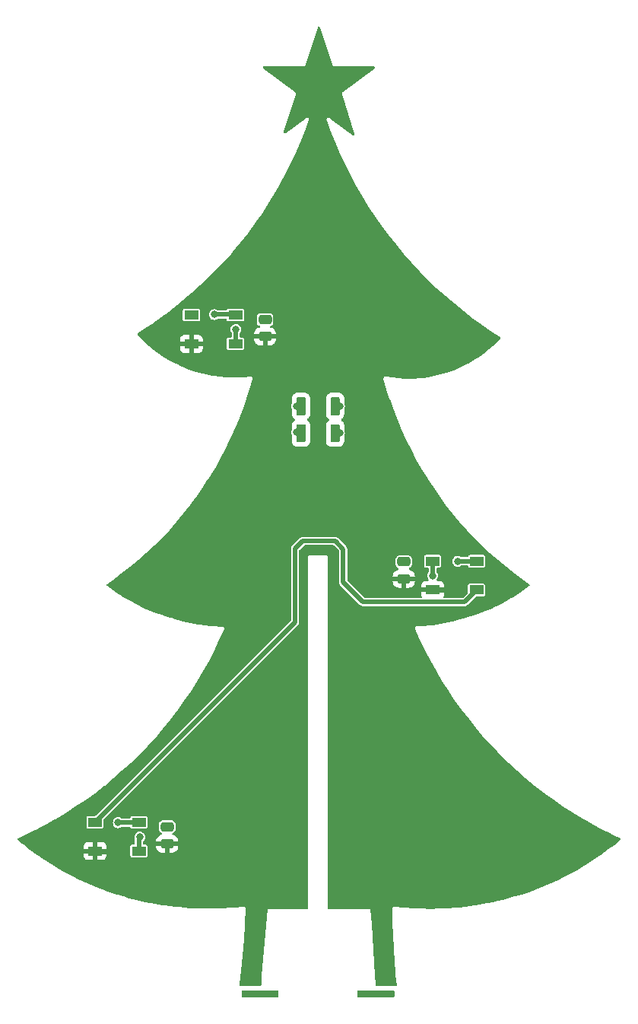
<source format=gbl>
%TF.GenerationSoftware,KiCad,Pcbnew,(6.0.7)*%
%TF.CreationDate,2022-11-21T20:11:54+01:00*%
%TF.ProjectId,Arbolito Tronco 2,4172626f-6c69-4746-9f20-54726f6e636f,rev?*%
%TF.SameCoordinates,Original*%
%TF.FileFunction,Copper,L2,Bot*%
%TF.FilePolarity,Positive*%
%FSLAX46Y46*%
G04 Gerber Fmt 4.6, Leading zero omitted, Abs format (unit mm)*
G04 Created by KiCad (PCBNEW (6.0.7)) date 2022-11-21 20:11:54*
%MOMM*%
%LPD*%
G01*
G04 APERTURE LIST*
G04 Aperture macros list*
%AMRoundRect*
0 Rectangle with rounded corners*
0 $1 Rounding radius*
0 $2 $3 $4 $5 $6 $7 $8 $9 X,Y pos of 4 corners*
0 Add a 4 corners polygon primitive as box body*
4,1,4,$2,$3,$4,$5,$6,$7,$8,$9,$2,$3,0*
0 Add four circle primitives for the rounded corners*
1,1,$1+$1,$2,$3*
1,1,$1+$1,$4,$5*
1,1,$1+$1,$6,$7*
1,1,$1+$1,$8,$9*
0 Add four rect primitives between the rounded corners*
20,1,$1+$1,$2,$3,$4,$5,0*
20,1,$1+$1,$4,$5,$6,$7,0*
20,1,$1+$1,$6,$7,$8,$9,0*
20,1,$1+$1,$8,$9,$2,$3,0*%
G04 Aperture macros list end*
%TA.AperFunction,SMDPad,CuDef*%
%ADD10R,1.500000X1.000000*%
%TD*%
%TA.AperFunction,SMDPad,CuDef*%
%ADD11RoundRect,0.250000X-0.475000X0.250000X-0.475000X-0.250000X0.475000X-0.250000X0.475000X0.250000X0*%
%TD*%
%TA.AperFunction,ViaPad*%
%ADD12C,0.800000*%
%TD*%
%TA.AperFunction,Conductor*%
%ADD13C,0.500000*%
%TD*%
G04 APERTURE END LIST*
D10*
%TO.P,U3,1,VDD*%
%TO.N,+5V*%
X157150000Y-79350000D03*
%TO.P,U3,2,DIN*%
%TO.N,Net-(U2-Pad4)*%
X157150000Y-82550000D03*
%TO.P,U3,3,VSS*%
%TO.N,GND*%
X152250000Y-82550000D03*
%TO.P,U3,4,DOUT*%
%TO.N,Net-(U3-Pad4)*%
X152250000Y-79350000D03*
%TD*%
D11*
%TO.P,C13,1*%
%TO.N,+5V*%
X122700000Y-108900000D03*
%TO.P,C13,2*%
%TO.N,GND*%
X122700000Y-110800000D03*
%TD*%
D10*
%TO.P,U6,1,VDD*%
%TO.N,+5V*%
X130300000Y-51950000D03*
%TO.P,U6,2,DIN*%
%TO.N,Net-(U5-Pad4)*%
X130300000Y-55150000D03*
%TO.P,U6,3,VSS*%
%TO.N,GND*%
X125400000Y-55150000D03*
%TO.P,U6,4,DOUT*%
%TO.N,/Dout*%
X125400000Y-51950000D03*
%TD*%
%TO.P,U2,1,VDD*%
%TO.N,+5V*%
X119550000Y-108400000D03*
%TO.P,U2,2,DIN*%
%TO.N,Net-(U1-Pad4)*%
X119550000Y-111600000D03*
%TO.P,U2,3,VSS*%
%TO.N,GND*%
X114650000Y-111600000D03*
%TO.P,U2,4,DOUT*%
%TO.N,Net-(U2-Pad4)*%
X114650000Y-108400000D03*
%TD*%
D11*
%TO.P,C15,1*%
%TO.N,+5V*%
X133600000Y-52450000D03*
%TO.P,C15,2*%
%TO.N,GND*%
X133600000Y-54350000D03*
%TD*%
%TO.P,C11,1*%
%TO.N,+5V*%
X149050000Y-79400000D03*
%TO.P,C11,2*%
%TO.N,GND*%
X149050000Y-81300000D03*
%TD*%
D12*
%TO.N,+5V*%
X122700000Y-108900000D03*
X149050000Y-79400000D03*
X137100000Y-62100000D03*
X127950000Y-51900000D03*
X117250000Y-108450000D03*
X141900000Y-62100000D03*
X133600000Y-52450000D03*
X155050000Y-79350000D03*
%TO.N,GND*%
X155100000Y-82600000D03*
X122700000Y-110850000D03*
X137100000Y-68100000D03*
X141900000Y-68100000D03*
X117300000Y-111700000D03*
X133600000Y-54350000D03*
X127850000Y-55250000D03*
X149000000Y-81350000D03*
%TO.N,/DIN*%
X141900000Y-65100000D03*
X137100000Y-65000000D03*
%TO.N,Net-(U1-Pad4)*%
X119650000Y-110050000D03*
%TO.N,Net-(U3-Pad4)*%
X152250000Y-80950000D03*
%TO.N,Net-(U5-Pad4)*%
X130350000Y-53550000D03*
%TD*%
D13*
%TO.N,+5V*%
X119500000Y-108450000D02*
X119550000Y-108400000D01*
X155050000Y-79350000D02*
X157150000Y-79350000D01*
X127950000Y-51900000D02*
X130250000Y-51900000D01*
X130250000Y-51900000D02*
X130300000Y-51950000D01*
X141900000Y-62100000D02*
X141900000Y-62300000D01*
X117250000Y-108450000D02*
X119500000Y-108450000D01*
%TO.N,GND*%
X114750000Y-111700000D02*
X114650000Y-111600000D01*
X117300000Y-111700000D02*
X114750000Y-111700000D01*
X148750000Y-81350000D02*
X149000000Y-81350000D01*
X152300000Y-82600000D02*
X152250000Y-82550000D01*
X155100000Y-82600000D02*
X152300000Y-82600000D01*
%TO.N,Net-(U1-Pad4)*%
X119550000Y-111600000D02*
X119550000Y-110150000D01*
X119550000Y-110150000D02*
X119650000Y-110050000D01*
%TO.N,Net-(U2-Pad4)*%
X157200000Y-82600000D02*
X157150000Y-82550000D01*
X141400000Y-77100000D02*
X137800000Y-77100000D01*
X137800000Y-77100000D02*
X136925000Y-77975000D01*
X155800000Y-83900000D02*
X144500000Y-83900000D01*
X142300000Y-78000000D02*
X141400000Y-77100000D01*
X142300000Y-81700000D02*
X142300000Y-78000000D01*
X157150000Y-82550000D02*
X155800000Y-83900000D01*
X136925000Y-86125000D02*
X114650000Y-108400000D01*
X136925000Y-77975000D02*
X136925000Y-86125000D01*
X144500000Y-83900000D02*
X142300000Y-81700000D01*
%TO.N,Net-(U3-Pad4)*%
X152250000Y-79350000D02*
X152250000Y-80950000D01*
%TO.N,Net-(U5-Pad4)*%
X130350000Y-53550000D02*
X130350000Y-55100000D01*
X130350000Y-55100000D02*
X130300000Y-55150000D01*
%TD*%
%TA.AperFunction,Conductor*%
%TO.N,/DIN*%
G36*
X138042121Y-64120002D02*
G01*
X138088614Y-64173658D01*
X138100000Y-64226000D01*
X138100000Y-65974000D01*
X138079998Y-66042121D01*
X138026342Y-66088614D01*
X137974000Y-66100000D01*
X137226000Y-66100000D01*
X137157879Y-66079998D01*
X137111386Y-66026342D01*
X137100000Y-65974000D01*
X137100000Y-64226000D01*
X137120002Y-64157879D01*
X137173658Y-64111386D01*
X137226000Y-64100000D01*
X137974000Y-64100000D01*
X138042121Y-64120002D01*
G37*
%TD.AperFunction*%
%TD*%
%TA.AperFunction,Conductor*%
%TO.N,/DIN*%
G36*
X141842121Y-64120002D02*
G01*
X141888614Y-64173658D01*
X141900000Y-64226000D01*
X141900000Y-65974000D01*
X141879998Y-66042121D01*
X141826342Y-66088614D01*
X141774000Y-66100000D01*
X141026000Y-66100000D01*
X140957879Y-66079998D01*
X140911386Y-66026342D01*
X140900000Y-65974000D01*
X140900000Y-64226000D01*
X140920002Y-64157879D01*
X140973658Y-64111386D01*
X141026000Y-64100000D01*
X141774000Y-64100000D01*
X141842121Y-64120002D01*
G37*
%TD.AperFunction*%
%TD*%
%TA.AperFunction,Conductor*%
%TO.N,+5V*%
G36*
X138042121Y-61120002D02*
G01*
X138088614Y-61173658D01*
X138100000Y-61226000D01*
X138100000Y-62974000D01*
X138079998Y-63042121D01*
X138026342Y-63088614D01*
X137974000Y-63100000D01*
X137226000Y-63100000D01*
X137157879Y-63079998D01*
X137111386Y-63026342D01*
X137100000Y-62974000D01*
X137100000Y-61226000D01*
X137120002Y-61157879D01*
X137173658Y-61111386D01*
X137226000Y-61100000D01*
X137974000Y-61100000D01*
X138042121Y-61120002D01*
G37*
%TD.AperFunction*%
%TD*%
%TA.AperFunction,Conductor*%
%TO.N,+5V*%
G36*
X141842121Y-61120002D02*
G01*
X141888614Y-61173658D01*
X141900000Y-61226000D01*
X141900000Y-62974000D01*
X141879998Y-63042121D01*
X141826342Y-63088614D01*
X141774000Y-63100000D01*
X141026000Y-63100000D01*
X140957879Y-63079998D01*
X140911386Y-63026342D01*
X140900000Y-62974000D01*
X140900000Y-61226000D01*
X140920002Y-61157879D01*
X140973658Y-61111386D01*
X141026000Y-61100000D01*
X141774000Y-61100000D01*
X141842121Y-61120002D01*
G37*
%TD.AperFunction*%
%TD*%
%TA.AperFunction,Conductor*%
%TO.N,GND*%
G36*
X138100000Y-69100000D02*
G01*
X137100000Y-69100000D01*
X137100000Y-67100000D01*
X138100000Y-67100000D01*
X138100000Y-69100000D01*
G37*
%TD.AperFunction*%
%TD*%
%TA.AperFunction,NonConductor*%
G36*
X147942121Y-127120002D02*
G01*
X147988614Y-127173658D01*
X148000000Y-127226000D01*
X148000000Y-127765500D01*
X147979998Y-127833621D01*
X147926342Y-127880114D01*
X147874000Y-127891500D01*
X144026000Y-127891500D01*
X143957879Y-127871498D01*
X143911386Y-127817842D01*
X143900000Y-127765500D01*
X143900000Y-127226000D01*
X143920002Y-127157879D01*
X143973658Y-127111386D01*
X144026000Y-127100000D01*
X147874000Y-127100000D01*
X147942121Y-127120002D01*
G37*
%TD.AperFunction*%
%TA.AperFunction,Conductor*%
%TO.N,GND*%
G36*
X141900000Y-69100000D02*
G01*
X140900000Y-69100000D01*
X140900000Y-67100000D01*
X141900000Y-67100000D01*
X141900000Y-69100000D01*
G37*
%TD.AperFunction*%
%TD*%
%TA.AperFunction,NonConductor*%
G36*
X135042121Y-127120002D02*
G01*
X135088614Y-127173658D01*
X135100000Y-127226000D01*
X135100000Y-127765500D01*
X135079998Y-127833621D01*
X135026342Y-127880114D01*
X134974000Y-127891500D01*
X131126000Y-127891500D01*
X131057879Y-127871498D01*
X131011386Y-127817842D01*
X131000000Y-127765500D01*
X131000000Y-127226000D01*
X131020002Y-127157879D01*
X131073658Y-127111386D01*
X131126000Y-127100000D01*
X134974000Y-127100000D01*
X135042121Y-127120002D01*
G37*
%TD.AperFunction*%
%TA.AperFunction,Conductor*%
%TO.N,GND*%
G36*
X139656451Y-19869837D02*
G01*
X139708391Y-19918239D01*
X139719534Y-19942639D01*
X141098339Y-24079054D01*
X141099160Y-24082044D01*
X141099042Y-24093704D01*
X141110386Y-24117899D01*
X141113068Y-24124613D01*
X141114699Y-24128133D01*
X141116937Y-24134847D01*
X141120614Y-24140898D01*
X141121429Y-24142657D01*
X141125922Y-24151037D01*
X141131848Y-24163676D01*
X141137874Y-24176528D01*
X141146571Y-24183616D01*
X141152400Y-24193209D01*
X141164298Y-24200940D01*
X141164301Y-24200943D01*
X141176014Y-24208554D01*
X141186964Y-24216538D01*
X141197780Y-24225353D01*
X141197783Y-24225354D01*
X141208782Y-24234319D01*
X141219694Y-24236935D01*
X141229105Y-24243050D01*
X141243173Y-24244856D01*
X141243179Y-24244858D01*
X141257032Y-24246636D01*
X141266634Y-24248397D01*
X141268430Y-24248618D01*
X141275364Y-24250280D01*
X141282490Y-24250346D01*
X141286593Y-24250850D01*
X141293622Y-24251332D01*
X141302692Y-24252496D01*
X141305760Y-24252890D01*
X141305761Y-24252890D01*
X141319836Y-24254697D01*
X141331045Y-24250971D01*
X141334369Y-24250826D01*
X145718685Y-24291422D01*
X145786617Y-24312054D01*
X145832611Y-24366138D01*
X145842064Y-24436503D01*
X145811974Y-24500808D01*
X145792181Y-24518913D01*
X142260373Y-27117025D01*
X142257588Y-27118855D01*
X142246319Y-27122392D01*
X142235963Y-27132091D01*
X142235964Y-27132091D01*
X142227032Y-27140457D01*
X142221878Y-27144740D01*
X142218686Y-27147692D01*
X142212983Y-27151887D01*
X142208356Y-27157245D01*
X142207167Y-27158345D01*
X142200309Y-27165485D01*
X142179554Y-27184924D01*
X142175566Y-27195218D01*
X142168350Y-27203575D01*
X142162087Y-27226770D01*
X142160935Y-27231036D01*
X142156787Y-27243697D01*
X142146511Y-27270223D01*
X142147382Y-27281229D01*
X142144504Y-27291887D01*
X142147687Y-27308910D01*
X142149730Y-27319838D01*
X142151067Y-27329914D01*
X142151349Y-27331366D01*
X142151912Y-27338478D01*
X142154053Y-27345279D01*
X142154925Y-27349767D01*
X142156511Y-27356111D01*
X142161315Y-27381805D01*
X142168391Y-27391441D01*
X142169639Y-27394788D01*
X143558775Y-31807335D01*
X143560152Y-31878318D01*
X143522934Y-31938777D01*
X143458937Y-31969517D01*
X143388480Y-31960778D01*
X143363949Y-31946683D01*
X140799520Y-30061074D01*
X140801815Y-30057953D01*
X140795570Y-30054489D01*
X140795477Y-30054636D01*
X140766723Y-30036547D01*
X140759191Y-30031420D01*
X140750564Y-30025077D01*
X140744300Y-30022357D01*
X140741177Y-30020477D01*
X140730063Y-30013486D01*
X140730062Y-30013486D01*
X140718048Y-30005928D01*
X140703948Y-30004328D01*
X140702467Y-30003809D01*
X140700935Y-30003522D01*
X140687925Y-29997871D01*
X140673749Y-29998421D01*
X140673747Y-29998421D01*
X140667024Y-29998682D01*
X140647938Y-29997974D01*
X140641255Y-29997216D01*
X140641253Y-29997216D01*
X140627155Y-29995617D01*
X140613761Y-30000288D01*
X140612205Y-30000462D01*
X140610693Y-30000869D01*
X140596519Y-30001420D01*
X140578037Y-30011215D01*
X140560538Y-30018851D01*
X140555877Y-30020477D01*
X140540782Y-30025742D01*
X140530737Y-30035762D01*
X140529419Y-30036588D01*
X140528232Y-30037612D01*
X140515694Y-30044257D01*
X140507278Y-30055682D01*
X140503294Y-30061090D01*
X140490832Y-30075567D01*
X140476018Y-30090344D01*
X140471312Y-30103728D01*
X140470482Y-30105045D01*
X140469856Y-30106482D01*
X140461440Y-30117907D01*
X140458811Y-30131850D01*
X140458810Y-30131853D01*
X140457565Y-30138456D01*
X140452613Y-30156906D01*
X140450383Y-30163249D01*
X140450383Y-30163252D01*
X140445675Y-30176640D01*
X140447240Y-30190748D01*
X140447062Y-30192303D01*
X140447121Y-30193858D01*
X140444492Y-30207799D01*
X140448169Y-30221499D01*
X140448169Y-30221503D01*
X140449914Y-30228005D01*
X140453452Y-30246774D01*
X140455757Y-30267558D01*
X140455994Y-30268236D01*
X140457127Y-30270033D01*
X140457166Y-30270140D01*
X140457177Y-30270187D01*
X140457222Y-30270292D01*
X140457764Y-30271766D01*
X140914656Y-31514055D01*
X140914978Y-31514860D01*
X141087889Y-31946683D01*
X141408147Y-32746486D01*
X141408491Y-32747278D01*
X141408496Y-32747291D01*
X141936124Y-33963551D01*
X141936486Y-33964385D01*
X142499247Y-35166766D01*
X143095973Y-36352657D01*
X143726183Y-37521099D01*
X144389366Y-38671146D01*
X145084986Y-39801868D01*
X145812480Y-40912351D01*
X146571261Y-42001696D01*
X147360713Y-43069022D01*
X147361271Y-43069733D01*
X148179635Y-44112748D01*
X148179657Y-44112775D01*
X148180199Y-44113466D01*
X149029055Y-45134182D01*
X149906596Y-46130346D01*
X149907193Y-46130986D01*
X150550164Y-46820318D01*
X150812110Y-47101152D01*
X150812684Y-47101734D01*
X150812700Y-47101750D01*
X151452180Y-47749392D01*
X151744866Y-48045814D01*
X152704110Y-48963567D01*
X153689065Y-49853671D01*
X153689741Y-49854247D01*
X153689748Y-49854254D01*
X154301927Y-50376633D01*
X154698934Y-50715404D01*
X155732901Y-51548070D01*
X155733643Y-51548633D01*
X155733650Y-51548639D01*
X156789424Y-52350460D01*
X156789443Y-52350474D01*
X156790129Y-52350995D01*
X156790821Y-52351491D01*
X156790833Y-52351499D01*
X157728299Y-53022304D01*
X157869763Y-53123529D01*
X158970930Y-53865049D01*
X159760477Y-54364690D01*
X159807343Y-54418018D01*
X159817938Y-54488220D01*
X159786163Y-54556101D01*
X159564523Y-54798941D01*
X159559967Y-54803679D01*
X159051372Y-55305640D01*
X159046584Y-55310125D01*
X158937743Y-55406876D01*
X158512512Y-55784868D01*
X158507487Y-55789105D01*
X157949394Y-56235339D01*
X157944154Y-56239309D01*
X157363550Y-56655827D01*
X157358111Y-56659518D01*
X156993849Y-56893063D01*
X156790703Y-57023309D01*
X156756573Y-57045191D01*
X156750955Y-57048590D01*
X156205035Y-57359676D01*
X156130103Y-57402375D01*
X156124315Y-57405476D01*
X155485863Y-57726397D01*
X155479923Y-57729191D01*
X154825606Y-58016376D01*
X154819520Y-58018860D01*
X154151127Y-58271525D01*
X154144920Y-58273688D01*
X153464263Y-58491148D01*
X153457951Y-58492985D01*
X152766867Y-58674655D01*
X152760468Y-58676160D01*
X152060848Y-58821540D01*
X152054379Y-58822709D01*
X151348135Y-58931403D01*
X151341614Y-58932233D01*
X151125114Y-58954071D01*
X150630658Y-59003946D01*
X150624121Y-59004433D01*
X150352203Y-59017591D01*
X149910378Y-59038971D01*
X149903806Y-59039117D01*
X149567572Y-59037831D01*
X149189234Y-59036383D01*
X149182697Y-59036188D01*
X148469247Y-58996190D01*
X148462696Y-58995651D01*
X147752315Y-58918500D01*
X147745801Y-58917620D01*
X147159009Y-58822709D01*
X147073231Y-58808835D01*
X147063337Y-58805921D01*
X147051470Y-58803661D01*
X147038475Y-58797975D01*
X147024299Y-58798487D01*
X147019623Y-58797596D01*
X147010840Y-58796937D01*
X147006084Y-58797119D01*
X146992135Y-58794494D01*
X146978429Y-58798177D01*
X146972743Y-58798395D01*
X146966745Y-58799297D01*
X146961241Y-58800763D01*
X146947059Y-58801275D01*
X146934501Y-58807887D01*
X146929891Y-58809115D01*
X146921707Y-58812323D01*
X146917496Y-58814552D01*
X146903793Y-58818234D01*
X146893042Y-58827495D01*
X146888024Y-58830151D01*
X146882988Y-58833580D01*
X146878673Y-58837281D01*
X146866117Y-58843892D01*
X146857669Y-58855296D01*
X146854052Y-58858398D01*
X146848065Y-58864842D01*
X146845238Y-58868675D01*
X146834486Y-58877937D01*
X146828815Y-58890944D01*
X146825436Y-58895526D01*
X146822397Y-58900780D01*
X146820110Y-58905994D01*
X146811664Y-58917394D01*
X146808997Y-58931332D01*
X146807085Y-58935690D01*
X146804482Y-58944101D01*
X146803597Y-58948781D01*
X146797926Y-58961788D01*
X146798456Y-58975967D01*
X146797399Y-58981557D01*
X146796938Y-58987623D01*
X146797138Y-58993303D01*
X146794471Y-59007240D01*
X146798111Y-59020954D01*
X146798279Y-59025712D01*
X146800995Y-59043874D01*
X146801344Y-59053200D01*
X146801531Y-59053893D01*
X146802805Y-59056284D01*
X146803389Y-59057999D01*
X147136846Y-60217494D01*
X147137137Y-60218403D01*
X147464609Y-61241432D01*
X147506016Y-61370790D01*
X147909343Y-62512589D01*
X148346469Y-63641881D01*
X148346817Y-63642706D01*
X148346827Y-63642731D01*
X148591386Y-64222649D01*
X148817008Y-64757664D01*
X149320542Y-65858950D01*
X149320961Y-65859800D01*
X149320974Y-65859826D01*
X149856213Y-66943931D01*
X149856625Y-66944765D01*
X150424783Y-68014145D01*
X150425219Y-68014909D01*
X150425229Y-68014928D01*
X151024044Y-69065322D01*
X151024513Y-69066145D01*
X151655283Y-70099831D01*
X151655784Y-70100600D01*
X151655800Y-70100625D01*
X151932060Y-70524448D01*
X152316534Y-71114289D01*
X153007681Y-72108621D01*
X153008214Y-72109341D01*
X153008234Y-72109369D01*
X153545972Y-72835868D01*
X153728112Y-73081944D01*
X153728679Y-73082664D01*
X153728701Y-73082693D01*
X154476593Y-74032642D01*
X154476612Y-74032666D01*
X154477188Y-74033397D01*
X155254246Y-74962138D01*
X156058598Y-75867343D01*
X156059192Y-75867973D01*
X156059206Y-75867988D01*
X156873691Y-76731420D01*
X156889531Y-76748212D01*
X157746309Y-77603963D01*
X158628173Y-78433838D01*
X159534343Y-79237104D01*
X159535042Y-79237687D01*
X159535045Y-79237690D01*
X160463310Y-80012459D01*
X160463327Y-80012472D01*
X160464015Y-80013047D01*
X161416366Y-80760981D01*
X161417134Y-80761548D01*
X162389783Y-81479676D01*
X162389805Y-81479692D01*
X162390553Y-81480244D01*
X162391330Y-81480783D01*
X162391343Y-81480792D01*
X163010305Y-81909924D01*
X163054891Y-81965175D01*
X163062528Y-82035760D01*
X163030792Y-82099268D01*
X163014192Y-82114214D01*
X162680998Y-82364509D01*
X162677042Y-82367364D01*
X161963790Y-82861133D01*
X161959782Y-82863794D01*
X161227937Y-83329569D01*
X161223801Y-83332089D01*
X161022511Y-83449500D01*
X160474508Y-83769144D01*
X160470245Y-83771521D01*
X159704610Y-84179215D01*
X159700258Y-84181426D01*
X158919377Y-84559173D01*
X158914943Y-84561213D01*
X158854695Y-84587529D01*
X158120020Y-84908430D01*
X158115536Y-84910287D01*
X157307719Y-85226471D01*
X157303176Y-85228147D01*
X156483751Y-85512795D01*
X156479143Y-85514297D01*
X155649334Y-85766984D01*
X155644644Y-85768314D01*
X155004016Y-85936577D01*
X154805628Y-85988684D01*
X154800883Y-85989832D01*
X153954019Y-86177527D01*
X153949234Y-86178491D01*
X153095669Y-86333257D01*
X153090895Y-86334026D01*
X152232012Y-86455610D01*
X152227208Y-86456196D01*
X151834813Y-86496313D01*
X151364227Y-86544425D01*
X151359363Y-86544827D01*
X150527811Y-86597404D01*
X150515487Y-86596669D01*
X150505313Y-86597097D01*
X150491360Y-86594525D01*
X150478425Y-86598053D01*
X150477469Y-86598052D01*
X150476537Y-86598264D01*
X150463144Y-86597673D01*
X150450101Y-86603256D01*
X150450102Y-86603256D01*
X150441862Y-86606783D01*
X150425437Y-86612507D01*
X150416800Y-86614863D01*
X150416796Y-86614865D01*
X150403108Y-86618599D01*
X150392984Y-86627387D01*
X150392123Y-86627800D01*
X150391376Y-86628394D01*
X150379048Y-86633671D01*
X150365441Y-86649255D01*
X150363822Y-86651109D01*
X150351505Y-86663390D01*
X150334027Y-86678561D01*
X150328715Y-86690872D01*
X150328118Y-86691618D01*
X150327703Y-86692476D01*
X150318883Y-86702577D01*
X150315110Y-86716253D01*
X150315108Y-86716256D01*
X150312723Y-86724900D01*
X150306950Y-86741307D01*
X150303405Y-86749521D01*
X150303405Y-86749523D01*
X150297783Y-86762550D01*
X150298335Y-86775949D01*
X150298121Y-86776878D01*
X150298119Y-86777829D01*
X150294552Y-86790757D01*
X150298630Y-86813256D01*
X150298681Y-86813535D01*
X150300594Y-86830822D01*
X150301546Y-86853949D01*
X150307852Y-86865781D01*
X150309353Y-86872418D01*
X150309424Y-86872809D01*
X150310867Y-86880766D01*
X150311150Y-86881426D01*
X150312322Y-86883029D01*
X150844695Y-88070476D01*
X151411851Y-89243860D01*
X152012526Y-90400443D01*
X152646224Y-91539267D01*
X153312421Y-92659391D01*
X154010566Y-93759886D01*
X154011039Y-93760586D01*
X154011048Y-93760600D01*
X154583423Y-94607933D01*
X154740079Y-94839843D01*
X155500358Y-95898366D01*
X156290772Y-96934580D01*
X156291323Y-96935261D01*
X156291331Y-96935271D01*
X157110100Y-97946924D01*
X157110669Y-97947627D01*
X157111230Y-97948280D01*
X157111256Y-97948312D01*
X157781919Y-98729876D01*
X157959369Y-98936669D01*
X158836169Y-99900887D01*
X158836798Y-99901540D01*
X158836799Y-99901541D01*
X159465178Y-100553840D01*
X159740345Y-100839482D01*
X160671147Y-101751679D01*
X160671811Y-101752293D01*
X160671817Y-101752299D01*
X160735743Y-101811439D01*
X161627805Y-102636721D01*
X161628481Y-102637311D01*
X161628503Y-102637331D01*
X161694291Y-102694771D01*
X162609528Y-103493877D01*
X163615502Y-104322437D01*
X164644895Y-105121715D01*
X164645592Y-105122225D01*
X164645595Y-105122227D01*
X165244415Y-105560164D01*
X165696855Y-105891049D01*
X166770511Y-106629803D01*
X166771272Y-106630295D01*
X166771287Y-106630305D01*
X167147006Y-106873204D01*
X167864975Y-107337365D01*
X168979340Y-108013149D01*
X169307572Y-108199500D01*
X170024908Y-108606762D01*
X170112685Y-108656597D01*
X171264071Y-109267175D01*
X171264868Y-109267569D01*
X171264892Y-109267581D01*
X171981797Y-109621718D01*
X172432545Y-109844379D01*
X172433404Y-109844773D01*
X173139825Y-110168795D01*
X173193404Y-110215376D01*
X173213294Y-110283530D01*
X173193179Y-110351618D01*
X173167632Y-110380388D01*
X172724734Y-110746955D01*
X172721481Y-110749558D01*
X171855584Y-111419257D01*
X171852248Y-111421750D01*
X170964695Y-112062456D01*
X170961278Y-112064838D01*
X170832481Y-112151486D01*
X170053006Y-112675875D01*
X170049560Y-112678113D01*
X169507586Y-113017255D01*
X169121557Y-113258814D01*
X169117999Y-113260959D01*
X168600641Y-113561371D01*
X168171378Y-113810629D01*
X168167742Y-113812661D01*
X167203450Y-114330752D01*
X167199751Y-114332661D01*
X166796643Y-114532362D01*
X166218860Y-114818598D01*
X166215098Y-114820385D01*
X165218683Y-115273632D01*
X165214863Y-115275294D01*
X164204001Y-115695364D01*
X164200135Y-115696896D01*
X163175952Y-116083319D01*
X163172057Y-116084715D01*
X162135614Y-116437091D01*
X162131692Y-116438352D01*
X161084186Y-116756271D01*
X161080239Y-116757399D01*
X160022776Y-117040526D01*
X160018776Y-117041527D01*
X159584678Y-117142503D01*
X158952541Y-117289545D01*
X158948469Y-117290421D01*
X157874694Y-117503046D01*
X157870595Y-117503788D01*
X157126606Y-117625707D01*
X156790308Y-117680817D01*
X156786203Y-117681420D01*
X156475502Y-117721841D01*
X155700702Y-117822638D01*
X155696563Y-117823107D01*
X155271074Y-117864213D01*
X154606955Y-117928372D01*
X154602858Y-117928700D01*
X154077493Y-117961974D01*
X153510377Y-117997892D01*
X153506216Y-117998087D01*
X152540829Y-118027242D01*
X152412014Y-118031132D01*
X152407856Y-118031188D01*
X151796189Y-118029433D01*
X151313252Y-118028047D01*
X151309088Y-118027967D01*
X150215098Y-117988645D01*
X150210938Y-117988426D01*
X149118927Y-117912971D01*
X149114777Y-117912616D01*
X148060061Y-117804610D01*
X148054215Y-117803282D01*
X148047155Y-117799823D01*
X148035580Y-117799741D01*
X148024685Y-117795831D01*
X148010575Y-117797303D01*
X148010574Y-117797303D01*
X147997240Y-117798694D01*
X147983276Y-117799371D01*
X147969868Y-117799276D01*
X147969866Y-117799276D01*
X147955681Y-117799176D01*
X147945215Y-117804122D01*
X147933704Y-117805323D01*
X147921624Y-117812771D01*
X147910219Y-117819803D01*
X147897928Y-117826470D01*
X147886815Y-117831722D01*
X147872976Y-117838262D01*
X147865691Y-117847257D01*
X147855839Y-117853331D01*
X147840953Y-117876569D01*
X147832769Y-117887905D01*
X147828168Y-117893586D01*
X147815403Y-117909346D01*
X147812739Y-117920609D01*
X147806495Y-117930356D01*
X147803159Y-117957747D01*
X147800700Y-117971514D01*
X147795996Y-117991404D01*
X147795995Y-117991408D01*
X147794350Y-117998366D01*
X147794346Y-117999084D01*
X147795348Y-118003567D01*
X147795357Y-118003727D01*
X147795495Y-118004225D01*
X147795721Y-118005236D01*
X147795768Y-118013293D01*
X147795796Y-118018202D01*
X147794715Y-118018208D01*
X147793976Y-118022306D01*
X147795820Y-118022295D01*
X147798023Y-118403181D01*
X147804328Y-119493573D01*
X147843566Y-120987566D01*
X147843597Y-120988237D01*
X147843599Y-120988281D01*
X147912303Y-122457393D01*
X147913381Y-122480443D01*
X148013745Y-123971577D01*
X148013802Y-123972223D01*
X148100723Y-124961020D01*
X148144616Y-125460345D01*
X148144678Y-125460912D01*
X148144681Y-125460947D01*
X148257106Y-126496368D01*
X148244574Y-126566250D01*
X148196250Y-126618263D01*
X148127478Y-126635893D01*
X148088810Y-126628225D01*
X148086790Y-126627302D01*
X148056006Y-126618263D01*
X148022992Y-126608569D01*
X148022988Y-126608568D01*
X148018669Y-126607300D01*
X148014220Y-126606660D01*
X148014214Y-126606659D01*
X147878447Y-126587139D01*
X147878442Y-126587139D01*
X147874000Y-126586500D01*
X146023706Y-126586500D01*
X145955585Y-126566498D01*
X145909092Y-126512842D01*
X145897963Y-126468545D01*
X145833461Y-125460345D01*
X145466939Y-119731496D01*
X145361157Y-118078081D01*
X145361157Y-118078080D01*
X145360000Y-118060000D01*
X140726996Y-118078290D01*
X140658798Y-118058557D01*
X140612094Y-118005085D01*
X140600500Y-117952291D01*
X140600500Y-78905383D01*
X140600532Y-78868625D01*
X140600545Y-78854437D01*
X140594402Y-78841644D01*
X140593287Y-78836735D01*
X140590650Y-78829183D01*
X140588468Y-78824649D01*
X140585312Y-78810815D01*
X140576471Y-78799720D01*
X140574125Y-78794846D01*
X140570454Y-78788994D01*
X140567088Y-78784762D01*
X140560948Y-78771976D01*
X140549869Y-78763116D01*
X140546735Y-78759176D01*
X140541084Y-78753515D01*
X140537148Y-78750373D01*
X140528305Y-78739276D01*
X140515523Y-78733111D01*
X140511296Y-78729737D01*
X140505453Y-78726058D01*
X140500590Y-78723707D01*
X140489508Y-78714844D01*
X140475680Y-78711664D01*
X140471149Y-78709474D01*
X140463603Y-78706824D01*
X140458693Y-78705700D01*
X140445913Y-78699535D01*
X140422845Y-78699515D01*
X140422847Y-78697490D01*
X140422781Y-78697474D01*
X140422781Y-78699500D01*
X140405892Y-78699500D01*
X140354437Y-78699455D01*
X140354441Y-78694650D01*
X140354343Y-78694644D01*
X140354343Y-78699500D01*
X138605892Y-78699500D01*
X138568626Y-78699467D01*
X138568624Y-78699467D01*
X138554437Y-78699455D01*
X138541646Y-78705597D01*
X138536733Y-78706713D01*
X138529183Y-78709350D01*
X138524649Y-78711532D01*
X138510815Y-78714688D01*
X138499720Y-78723529D01*
X138494846Y-78725875D01*
X138488994Y-78729546D01*
X138484762Y-78732912D01*
X138471976Y-78739052D01*
X138463116Y-78750131D01*
X138459176Y-78753265D01*
X138453515Y-78758916D01*
X138450373Y-78762852D01*
X138439276Y-78771695D01*
X138433111Y-78784477D01*
X138429737Y-78788704D01*
X138426058Y-78794547D01*
X138423707Y-78799410D01*
X138414844Y-78810492D01*
X138411664Y-78824320D01*
X138409474Y-78828851D01*
X138406824Y-78836397D01*
X138405700Y-78841307D01*
X138399535Y-78854087D01*
X138399515Y-78877155D01*
X138397490Y-78877153D01*
X138397474Y-78877219D01*
X138399500Y-78877219D01*
X138399500Y-78894108D01*
X138399455Y-78945563D01*
X138394650Y-78945559D01*
X138394644Y-78945657D01*
X138399500Y-78945657D01*
X138399500Y-117961974D01*
X138379498Y-118030095D01*
X138325842Y-118076588D01*
X138273997Y-118087973D01*
X133869732Y-118105359D01*
X133869730Y-118105359D01*
X133851616Y-118105431D01*
X133256116Y-125460947D01*
X133174369Y-126470668D01*
X133148935Y-126536952D01*
X133091703Y-126578964D01*
X133048780Y-126586500D01*
X131126000Y-126586500D01*
X131122654Y-126586860D01*
X131122649Y-126586860D01*
X131020215Y-126597872D01*
X131020208Y-126597873D01*
X131016851Y-126598234D01*
X131013551Y-126598952D01*
X131013550Y-126598952D01*
X130967790Y-126608906D01*
X130967785Y-126608907D01*
X130964509Y-126609620D01*
X130928728Y-126621529D01*
X130857778Y-126624063D01*
X130796720Y-126587836D01*
X130764940Y-126524350D01*
X130763804Y-126487227D01*
X130943706Y-124961020D01*
X130943778Y-124960410D01*
X131116421Y-123220323D01*
X131256944Y-121477349D01*
X131365299Y-119732080D01*
X131440711Y-118002056D01*
X131442885Y-118002151D01*
X131441447Y-117989998D01*
X131442556Y-117985866D01*
X131442582Y-117985148D01*
X131438127Y-117961974D01*
X131436104Y-117951449D01*
X131434745Y-117942750D01*
X131432335Y-117922764D01*
X131432333Y-117922758D01*
X131430634Y-117908672D01*
X131426694Y-117902506D01*
X131425312Y-117895317D01*
X131404850Y-117867747D01*
X131399853Y-117860498D01*
X131389022Y-117843547D01*
X131381381Y-117831588D01*
X131375157Y-117827741D01*
X131370795Y-117821863D01*
X131358236Y-117815265D01*
X131358233Y-117815262D01*
X131340418Y-117805902D01*
X131332771Y-117801537D01*
X131315642Y-117790948D01*
X131315639Y-117790947D01*
X131303573Y-117783488D01*
X131296293Y-117782720D01*
X131289816Y-117779317D01*
X131255522Y-117778109D01*
X131246736Y-117777491D01*
X131226716Y-117775378D01*
X131226714Y-117775378D01*
X131212602Y-117773889D01*
X131205710Y-117776354D01*
X131198396Y-117776096D01*
X131189667Y-117779925D01*
X131177034Y-117782802D01*
X130122332Y-117893222D01*
X130118225Y-117893584D01*
X129468735Y-117939881D01*
X129026592Y-117971398D01*
X129022421Y-117971626D01*
X127928845Y-118013213D01*
X127924669Y-118013303D01*
X127538075Y-118015181D01*
X126830279Y-118018620D01*
X126826118Y-118018571D01*
X125732123Y-117987610D01*
X125728009Y-117987424D01*
X125143262Y-117951449D01*
X124635703Y-117920222D01*
X124631539Y-117919897D01*
X123960892Y-117856266D01*
X123541995Y-117816521D01*
X123537892Y-117816062D01*
X122452404Y-117676632D01*
X122448287Y-117676033D01*
X122090740Y-117618002D01*
X121368061Y-117500707D01*
X121363950Y-117499970D01*
X120295612Y-117290014D01*
X120290093Y-117288929D01*
X120286035Y-117288062D01*
X119219756Y-117041540D01*
X119215725Y-117040538D01*
X118158201Y-116758809D01*
X118154199Y-116757672D01*
X117188676Y-116465853D01*
X117106602Y-116441047D01*
X117102625Y-116439772D01*
X116370265Y-116191649D01*
X116066117Y-116088604D01*
X116062204Y-116087206D01*
X115550046Y-115894537D01*
X115037899Y-115701872D01*
X115034015Y-115700337D01*
X114023060Y-115281271D01*
X114019228Y-115279608D01*
X113022680Y-114827245D01*
X113018906Y-114825455D01*
X112037962Y-114340339D01*
X112034249Y-114338426D01*
X111069886Y-113821043D01*
X111066239Y-113819008D01*
X111053603Y-113811679D01*
X110119539Y-113269936D01*
X110115961Y-113267780D01*
X109188039Y-112687665D01*
X109184534Y-112685393D01*
X108975383Y-112544786D01*
X108380216Y-112144669D01*
X113392001Y-112144669D01*
X113392371Y-112151490D01*
X113397895Y-112202352D01*
X113401521Y-112217604D01*
X113446676Y-112338054D01*
X113455214Y-112353649D01*
X113531715Y-112455724D01*
X113544276Y-112468285D01*
X113646351Y-112544786D01*
X113661946Y-112553324D01*
X113782394Y-112598478D01*
X113797649Y-112602105D01*
X113848514Y-112607631D01*
X113855328Y-112608000D01*
X114377885Y-112608000D01*
X114393124Y-112603525D01*
X114394329Y-112602135D01*
X114396000Y-112594452D01*
X114396000Y-112589884D01*
X114904000Y-112589884D01*
X114908475Y-112605123D01*
X114909865Y-112606328D01*
X114917548Y-112607999D01*
X115444669Y-112607999D01*
X115451490Y-112607629D01*
X115502352Y-112602105D01*
X115517604Y-112598479D01*
X115638054Y-112553324D01*
X115653649Y-112544786D01*
X115755724Y-112468285D01*
X115768285Y-112455724D01*
X115844786Y-112353649D01*
X115853324Y-112338054D01*
X115898478Y-112217606D01*
X115902105Y-112202351D01*
X115907631Y-112151486D01*
X115908000Y-112144672D01*
X115908000Y-112119748D01*
X118599500Y-112119748D01*
X118611133Y-112178231D01*
X118655448Y-112244552D01*
X118721769Y-112288867D01*
X118733938Y-112291288D01*
X118733939Y-112291288D01*
X118774184Y-112299293D01*
X118780252Y-112300500D01*
X120319748Y-112300500D01*
X120325816Y-112299293D01*
X120366061Y-112291288D01*
X120366062Y-112291288D01*
X120378231Y-112288867D01*
X120444552Y-112244552D01*
X120488867Y-112178231D01*
X120500500Y-112119748D01*
X120500500Y-111097095D01*
X121467001Y-111097095D01*
X121467338Y-111103614D01*
X121477257Y-111199206D01*
X121480149Y-111212600D01*
X121531588Y-111366784D01*
X121537761Y-111379962D01*
X121623063Y-111517807D01*
X121632099Y-111529208D01*
X121746829Y-111643739D01*
X121758240Y-111652751D01*
X121896243Y-111737816D01*
X121909424Y-111743963D01*
X122063710Y-111795138D01*
X122077086Y-111798005D01*
X122171438Y-111807672D01*
X122177854Y-111808000D01*
X122427885Y-111808000D01*
X122443124Y-111803525D01*
X122444329Y-111802135D01*
X122446000Y-111794452D01*
X122446000Y-111789884D01*
X122954000Y-111789884D01*
X122958475Y-111805123D01*
X122959865Y-111806328D01*
X122967548Y-111807999D01*
X123222095Y-111807999D01*
X123228614Y-111807662D01*
X123324206Y-111797743D01*
X123337600Y-111794851D01*
X123491784Y-111743412D01*
X123504962Y-111737239D01*
X123642807Y-111651937D01*
X123654208Y-111642901D01*
X123768739Y-111528171D01*
X123777751Y-111516760D01*
X123862816Y-111378757D01*
X123868963Y-111365576D01*
X123920138Y-111211290D01*
X123923005Y-111197914D01*
X123932672Y-111103562D01*
X123933000Y-111097146D01*
X123933000Y-111072115D01*
X123928525Y-111056876D01*
X123927135Y-111055671D01*
X123919452Y-111054000D01*
X122972115Y-111054000D01*
X122956876Y-111058475D01*
X122955671Y-111059865D01*
X122954000Y-111067548D01*
X122954000Y-111789884D01*
X122446000Y-111789884D01*
X122446000Y-111072115D01*
X122441525Y-111056876D01*
X122440135Y-111055671D01*
X122432452Y-111054000D01*
X121485116Y-111054000D01*
X121469877Y-111058475D01*
X121468672Y-111059865D01*
X121467001Y-111067548D01*
X121467001Y-111097095D01*
X120500500Y-111097095D01*
X120500500Y-111080252D01*
X120488867Y-111021769D01*
X120444552Y-110955448D01*
X120378231Y-110911133D01*
X120366062Y-110908712D01*
X120366061Y-110908712D01*
X120325816Y-110900707D01*
X120319748Y-110899500D01*
X120126500Y-110899500D01*
X120058379Y-110879498D01*
X120011886Y-110825842D01*
X120000500Y-110773500D01*
X120000500Y-110600103D01*
X120020502Y-110531982D01*
X120024271Y-110527885D01*
X121467000Y-110527885D01*
X121471475Y-110543124D01*
X121472865Y-110544329D01*
X121480548Y-110546000D01*
X123914884Y-110546000D01*
X123930123Y-110541525D01*
X123931328Y-110540135D01*
X123932999Y-110532452D01*
X123932999Y-110502905D01*
X123932662Y-110496386D01*
X123922743Y-110400794D01*
X123919851Y-110387400D01*
X123868412Y-110233216D01*
X123862239Y-110220038D01*
X123776937Y-110082193D01*
X123767901Y-110070792D01*
X123653171Y-109956261D01*
X123641760Y-109947249D01*
X123503757Y-109862184D01*
X123490576Y-109856037D01*
X123343908Y-109807389D01*
X123285549Y-109766958D01*
X123258312Y-109701394D01*
X123270846Y-109631512D01*
X123319170Y-109579500D01*
X123341828Y-109568913D01*
X123347908Y-109566778D01*
X123388184Y-109552634D01*
X123395754Y-109547042D01*
X123395757Y-109547041D01*
X123489579Y-109477742D01*
X123497150Y-109472150D01*
X123517707Y-109444318D01*
X123572041Y-109370757D01*
X123572042Y-109370754D01*
X123577634Y-109363184D01*
X123622519Y-109235369D01*
X123625500Y-109203834D01*
X123625500Y-108596166D01*
X123622519Y-108564631D01*
X123577634Y-108436816D01*
X123572042Y-108429246D01*
X123572041Y-108429243D01*
X123502742Y-108335421D01*
X123497150Y-108327850D01*
X123461375Y-108301426D01*
X123395757Y-108252959D01*
X123395754Y-108252958D01*
X123388184Y-108247366D01*
X123260369Y-108202481D01*
X123252723Y-108201758D01*
X123252722Y-108201758D01*
X123246752Y-108201194D01*
X123228834Y-108199500D01*
X122171166Y-108199500D01*
X122153248Y-108201194D01*
X122147278Y-108201758D01*
X122147277Y-108201758D01*
X122139631Y-108202481D01*
X122011816Y-108247366D01*
X122004246Y-108252958D01*
X122004243Y-108252959D01*
X121938625Y-108301426D01*
X121902850Y-108327850D01*
X121897258Y-108335421D01*
X121827959Y-108429243D01*
X121827958Y-108429246D01*
X121822366Y-108436816D01*
X121777481Y-108564631D01*
X121774500Y-108596166D01*
X121774500Y-109203834D01*
X121777481Y-109235369D01*
X121822366Y-109363184D01*
X121827958Y-109370754D01*
X121827959Y-109370757D01*
X121882293Y-109444318D01*
X121902850Y-109472150D01*
X121910421Y-109477742D01*
X122004243Y-109547041D01*
X122004246Y-109547042D01*
X122011816Y-109552634D01*
X122057973Y-109568843D01*
X122115619Y-109610286D01*
X122141707Y-109676316D01*
X122127956Y-109745968D01*
X122078731Y-109797129D01*
X122056101Y-109807250D01*
X121908216Y-109856588D01*
X121895038Y-109862761D01*
X121757193Y-109948063D01*
X121745792Y-109957099D01*
X121631261Y-110071829D01*
X121622249Y-110083240D01*
X121537184Y-110221243D01*
X121531037Y-110234424D01*
X121479862Y-110388710D01*
X121476995Y-110402086D01*
X121467328Y-110496438D01*
X121467000Y-110502855D01*
X121467000Y-110527885D01*
X120024271Y-110527885D01*
X120049796Y-110500140D01*
X120071736Y-110483305D01*
X120078282Y-110478282D01*
X120174536Y-110352841D01*
X120235044Y-110206762D01*
X120255682Y-110050000D01*
X120235044Y-109893238D01*
X120174536Y-109747159D01*
X120078282Y-109621718D01*
X120063384Y-109610286D01*
X120009374Y-109568843D01*
X119952841Y-109525464D01*
X119806762Y-109464956D01*
X119650000Y-109444318D01*
X119493238Y-109464956D01*
X119347159Y-109525464D01*
X119290626Y-109568843D01*
X119236617Y-109610286D01*
X119221718Y-109621718D01*
X119125464Y-109747159D01*
X119064956Y-109893238D01*
X119044318Y-110050000D01*
X119064956Y-110206762D01*
X119089910Y-110267005D01*
X119099500Y-110315221D01*
X119099500Y-110773500D01*
X119079498Y-110841621D01*
X119025842Y-110888114D01*
X118973500Y-110899500D01*
X118780252Y-110899500D01*
X118774184Y-110900707D01*
X118733939Y-110908712D01*
X118733938Y-110908712D01*
X118721769Y-110911133D01*
X118655448Y-110955448D01*
X118611133Y-111021769D01*
X118599500Y-111080252D01*
X118599500Y-112119748D01*
X115908000Y-112119748D01*
X115908000Y-111872115D01*
X115903525Y-111856876D01*
X115902135Y-111855671D01*
X115894452Y-111854000D01*
X114922115Y-111854000D01*
X114906876Y-111858475D01*
X114905671Y-111859865D01*
X114904000Y-111867548D01*
X114904000Y-112589884D01*
X114396000Y-112589884D01*
X114396000Y-111872115D01*
X114391525Y-111856876D01*
X114390135Y-111855671D01*
X114382452Y-111854000D01*
X113410116Y-111854000D01*
X113394877Y-111858475D01*
X113393672Y-111859865D01*
X113392001Y-111867548D01*
X113392001Y-112144669D01*
X108380216Y-112144669D01*
X108276266Y-112074786D01*
X108272869Y-112072419D01*
X107677582Y-111642901D01*
X107385393Y-111432078D01*
X107382046Y-111429578D01*
X107250523Y-111327885D01*
X113392000Y-111327885D01*
X113396475Y-111343124D01*
X113397865Y-111344329D01*
X113405548Y-111346000D01*
X114377885Y-111346000D01*
X114393124Y-111341525D01*
X114394329Y-111340135D01*
X114396000Y-111332452D01*
X114396000Y-111327885D01*
X114904000Y-111327885D01*
X114908475Y-111343124D01*
X114909865Y-111344329D01*
X114917548Y-111346000D01*
X115889884Y-111346000D01*
X115905123Y-111341525D01*
X115906328Y-111340135D01*
X115907999Y-111332452D01*
X115907999Y-111055331D01*
X115907629Y-111048510D01*
X115902105Y-110997648D01*
X115898479Y-110982396D01*
X115853324Y-110861946D01*
X115844786Y-110846351D01*
X115768285Y-110744276D01*
X115755724Y-110731715D01*
X115653649Y-110655214D01*
X115638054Y-110646676D01*
X115517606Y-110601522D01*
X115502351Y-110597895D01*
X115451486Y-110592369D01*
X115444672Y-110592000D01*
X114922115Y-110592000D01*
X114906876Y-110596475D01*
X114905671Y-110597865D01*
X114904000Y-110605548D01*
X114904000Y-111327885D01*
X114396000Y-111327885D01*
X114396000Y-110610116D01*
X114391525Y-110594877D01*
X114390135Y-110593672D01*
X114382452Y-110592001D01*
X113855331Y-110592001D01*
X113848510Y-110592371D01*
X113797648Y-110597895D01*
X113782396Y-110601521D01*
X113661946Y-110646676D01*
X113646351Y-110655214D01*
X113544276Y-110731715D01*
X113531715Y-110744276D01*
X113455214Y-110846351D01*
X113446676Y-110861946D01*
X113401522Y-110982394D01*
X113397895Y-110997649D01*
X113392369Y-111048514D01*
X113392000Y-111055328D01*
X113392000Y-111327885D01*
X107250523Y-111327885D01*
X106698039Y-110900707D01*
X106516260Y-110760156D01*
X106513007Y-110757554D01*
X106334851Y-110610116D01*
X106073183Y-110393564D01*
X106033455Y-110334724D01*
X106031846Y-110263746D01*
X106068867Y-110203165D01*
X106101714Y-110181637D01*
X106809969Y-109862219D01*
X107984293Y-109291039D01*
X108029940Y-109267175D01*
X108694488Y-108919748D01*
X113699500Y-108919748D01*
X113711133Y-108978231D01*
X113755448Y-109044552D01*
X113821769Y-109088867D01*
X113833938Y-109091288D01*
X113833939Y-109091288D01*
X113874184Y-109099293D01*
X113880252Y-109100500D01*
X115419748Y-109100500D01*
X115425816Y-109099293D01*
X115466061Y-109091288D01*
X115466062Y-109091288D01*
X115478231Y-109088867D01*
X115544552Y-109044552D01*
X115588867Y-108978231D01*
X115600500Y-108919748D01*
X115600500Y-108450000D01*
X116644318Y-108450000D01*
X116664956Y-108606762D01*
X116725464Y-108752841D01*
X116821718Y-108878282D01*
X116947159Y-108974536D01*
X117093238Y-109035044D01*
X117250000Y-109055682D01*
X117258188Y-109054604D01*
X117282199Y-109051443D01*
X117406762Y-109035044D01*
X117552841Y-108974536D01*
X117593338Y-108943462D01*
X117615395Y-108926537D01*
X117681616Y-108900937D01*
X117692099Y-108900500D01*
X118497366Y-108900500D01*
X118565487Y-108920502D01*
X118610321Y-108974150D01*
X118611133Y-108978231D01*
X118655448Y-109044552D01*
X118721769Y-109088867D01*
X118733938Y-109091288D01*
X118733939Y-109091288D01*
X118774184Y-109099293D01*
X118780252Y-109100500D01*
X120319748Y-109100500D01*
X120325816Y-109099293D01*
X120366061Y-109091288D01*
X120366062Y-109091288D01*
X120378231Y-109088867D01*
X120444552Y-109044552D01*
X120488867Y-108978231D01*
X120500500Y-108919748D01*
X120500500Y-107880252D01*
X120488867Y-107821769D01*
X120444552Y-107755448D01*
X120378231Y-107711133D01*
X120366062Y-107708712D01*
X120366061Y-107708712D01*
X120325816Y-107700707D01*
X120319748Y-107699500D01*
X118780252Y-107699500D01*
X118774184Y-107700707D01*
X118733939Y-107708712D01*
X118733938Y-107708712D01*
X118721769Y-107711133D01*
X118655448Y-107755448D01*
X118611133Y-107821769D01*
X118599500Y-107880252D01*
X118599500Y-107885994D01*
X118572976Y-107951682D01*
X118515021Y-107992692D01*
X118474165Y-107999500D01*
X117692099Y-107999500D01*
X117623978Y-107979498D01*
X117615395Y-107973463D01*
X117559392Y-107930491D01*
X117552841Y-107925464D01*
X117406762Y-107864956D01*
X117250000Y-107844318D01*
X117093238Y-107864956D01*
X116947159Y-107925464D01*
X116821718Y-108021718D01*
X116725464Y-108147159D01*
X116664956Y-108293238D01*
X116644318Y-108450000D01*
X115600500Y-108450000D01*
X115600500Y-108138793D01*
X115620502Y-108070672D01*
X115637405Y-108049698D01*
X137219350Y-86467753D01*
X137230439Y-86457899D01*
X137249709Y-86442707D01*
X137249711Y-86442705D01*
X137257110Y-86436872D01*
X137264886Y-86425622D01*
X137290455Y-86388625D01*
X137292757Y-86385403D01*
X137322040Y-86345758D01*
X137322041Y-86345757D01*
X137327634Y-86338184D01*
X137330027Y-86331368D01*
X137334131Y-86325431D01*
X137351826Y-86269481D01*
X137353071Y-86265750D01*
X137369396Y-86219263D01*
X137369396Y-86219261D01*
X137372519Y-86210369D01*
X137372801Y-86203181D01*
X137372812Y-86203122D01*
X137374980Y-86196270D01*
X137375500Y-86189663D01*
X137375500Y-86136984D01*
X137375597Y-86132037D01*
X137377468Y-86084415D01*
X137377838Y-86075006D01*
X137375954Y-86067900D01*
X137375500Y-86059653D01*
X137375500Y-78213793D01*
X137395502Y-78145672D01*
X137412405Y-78124698D01*
X137949698Y-77587405D01*
X138012010Y-77553379D01*
X138038793Y-77550500D01*
X141161207Y-77550500D01*
X141229328Y-77570502D01*
X141250302Y-77587405D01*
X141812595Y-78149698D01*
X141846621Y-78212010D01*
X141849500Y-78238793D01*
X141849500Y-81665780D01*
X141848627Y-81680589D01*
X141844636Y-81714310D01*
X141846328Y-81723574D01*
X141846328Y-81723575D01*
X141855172Y-81772001D01*
X141855822Y-81775904D01*
X141864551Y-81833962D01*
X141867679Y-81840475D01*
X141868975Y-81847573D01*
X141896025Y-81899647D01*
X141897768Y-81903137D01*
X141923191Y-81956079D01*
X141928077Y-81961365D01*
X141928110Y-81961413D01*
X141931421Y-81967788D01*
X141935725Y-81972828D01*
X141972952Y-82010055D01*
X141976381Y-82013620D01*
X142015146Y-82055556D01*
X142021505Y-82059249D01*
X142027663Y-82064766D01*
X144157247Y-84194350D01*
X144167101Y-84205439D01*
X144181433Y-84223618D01*
X144188128Y-84232110D01*
X144195876Y-84237465D01*
X144195878Y-84237467D01*
X144236400Y-84265474D01*
X144239619Y-84267774D01*
X144252605Y-84277365D01*
X144286817Y-84302634D01*
X144293631Y-84305027D01*
X144299569Y-84309131D01*
X144308549Y-84311971D01*
X144355491Y-84326817D01*
X144359247Y-84328070D01*
X144414631Y-84347520D01*
X144421817Y-84347803D01*
X144421888Y-84347817D01*
X144428730Y-84349980D01*
X144435337Y-84350500D01*
X144488006Y-84350500D01*
X144492952Y-84350597D01*
X144549994Y-84352838D01*
X144557100Y-84350954D01*
X144565347Y-84350500D01*
X155765780Y-84350500D01*
X155780589Y-84351373D01*
X155814310Y-84355364D01*
X155823574Y-84353672D01*
X155823575Y-84353672D01*
X155872001Y-84344828D01*
X155875904Y-84344178D01*
X155924645Y-84336850D01*
X155924646Y-84336850D01*
X155933962Y-84335449D01*
X155940475Y-84332321D01*
X155947573Y-84331025D01*
X155999647Y-84303975D01*
X156003137Y-84302232D01*
X156056079Y-84276809D01*
X156061365Y-84271923D01*
X156061413Y-84271890D01*
X156067788Y-84268579D01*
X156072828Y-84264275D01*
X156110055Y-84227048D01*
X156113621Y-84223618D01*
X156148641Y-84191246D01*
X156155556Y-84184854D01*
X156159249Y-84178495D01*
X156164766Y-84172337D01*
X157049698Y-83287405D01*
X157112010Y-83253379D01*
X157138793Y-83250500D01*
X157919748Y-83250500D01*
X157925816Y-83249293D01*
X157966061Y-83241288D01*
X157966062Y-83241288D01*
X157978231Y-83238867D01*
X158044552Y-83194552D01*
X158088867Y-83128231D01*
X158100500Y-83069748D01*
X158100500Y-82030252D01*
X158095542Y-82005328D01*
X158091288Y-81983939D01*
X158091288Y-81983938D01*
X158088867Y-81971769D01*
X158044552Y-81905448D01*
X157978231Y-81861133D01*
X157966062Y-81858712D01*
X157966061Y-81858712D01*
X157925816Y-81850707D01*
X157919748Y-81849500D01*
X156380252Y-81849500D01*
X156374184Y-81850707D01*
X156333939Y-81858712D01*
X156333938Y-81858712D01*
X156321769Y-81861133D01*
X156255448Y-81905448D01*
X156211133Y-81971769D01*
X156208712Y-81983938D01*
X156208712Y-81983939D01*
X156204458Y-82005328D01*
X156199500Y-82030252D01*
X156199500Y-82811207D01*
X156179498Y-82879328D01*
X156162595Y-82900302D01*
X155650302Y-83412595D01*
X155587990Y-83446621D01*
X155561207Y-83449500D01*
X153574599Y-83449500D01*
X153506478Y-83429498D01*
X153459985Y-83375842D01*
X153449881Y-83305568D01*
X153456617Y-83279270D01*
X153498478Y-83167606D01*
X153502105Y-83152351D01*
X153507631Y-83101486D01*
X153508000Y-83094672D01*
X153508000Y-82822115D01*
X153503525Y-82806876D01*
X153502135Y-82805671D01*
X153494452Y-82804000D01*
X151010116Y-82804000D01*
X150994877Y-82808475D01*
X150993672Y-82809865D01*
X150992001Y-82817548D01*
X150992001Y-83094669D01*
X150992371Y-83101490D01*
X150997895Y-83152352D01*
X151001521Y-83167604D01*
X151043383Y-83279270D01*
X151048566Y-83350077D01*
X151014645Y-83412446D01*
X150952390Y-83446576D01*
X150925401Y-83449500D01*
X144738793Y-83449500D01*
X144670672Y-83429498D01*
X144649698Y-83412595D01*
X142834198Y-81597095D01*
X147817001Y-81597095D01*
X147817338Y-81603614D01*
X147827257Y-81699206D01*
X147830149Y-81712600D01*
X147881588Y-81866784D01*
X147887761Y-81879962D01*
X147973063Y-82017807D01*
X147982099Y-82029208D01*
X148096829Y-82143739D01*
X148108240Y-82152751D01*
X148246243Y-82237816D01*
X148259424Y-82243963D01*
X148413710Y-82295138D01*
X148427086Y-82298005D01*
X148521438Y-82307672D01*
X148527854Y-82308000D01*
X148777885Y-82308000D01*
X148793124Y-82303525D01*
X148794329Y-82302135D01*
X148796000Y-82294452D01*
X148796000Y-82289884D01*
X149304000Y-82289884D01*
X149308475Y-82305123D01*
X149309865Y-82306328D01*
X149317548Y-82307999D01*
X149572095Y-82307999D01*
X149578614Y-82307662D01*
X149674206Y-82297743D01*
X149687600Y-82294851D01*
X149738454Y-82277885D01*
X150992000Y-82277885D01*
X150996475Y-82293124D01*
X150997865Y-82294329D01*
X151005548Y-82296000D01*
X153489884Y-82296000D01*
X153505123Y-82291525D01*
X153506328Y-82290135D01*
X153507999Y-82282452D01*
X153507999Y-82005331D01*
X153507629Y-81998510D01*
X153502105Y-81947648D01*
X153498479Y-81932396D01*
X153453324Y-81811946D01*
X153444786Y-81796351D01*
X153368285Y-81694276D01*
X153355724Y-81681715D01*
X153253649Y-81605214D01*
X153238054Y-81596676D01*
X153117606Y-81551522D01*
X153102351Y-81547895D01*
X153051486Y-81542369D01*
X153044672Y-81542000D01*
X152808160Y-81542000D01*
X152740039Y-81521998D01*
X152693546Y-81468342D01*
X152683442Y-81398068D01*
X152708197Y-81339296D01*
X152769509Y-81259392D01*
X152774536Y-81252841D01*
X152835044Y-81106762D01*
X152855682Y-80950000D01*
X152835044Y-80793238D01*
X152774536Y-80647159D01*
X152726537Y-80584605D01*
X152700937Y-80518384D01*
X152700500Y-80507901D01*
X152700500Y-80176500D01*
X152720502Y-80108379D01*
X152774158Y-80061886D01*
X152826500Y-80050500D01*
X153019748Y-80050500D01*
X153037138Y-80047041D01*
X153066061Y-80041288D01*
X153066062Y-80041288D01*
X153078231Y-80038867D01*
X153144552Y-79994552D01*
X153188867Y-79928231D01*
X153200500Y-79869748D01*
X153200500Y-79350000D01*
X154444318Y-79350000D01*
X154464956Y-79506762D01*
X154525464Y-79652841D01*
X154621718Y-79778282D01*
X154747159Y-79874536D01*
X154893238Y-79935044D01*
X155050000Y-79955682D01*
X155058188Y-79954604D01*
X155198574Y-79936122D01*
X155206762Y-79935044D01*
X155352841Y-79874536D01*
X155415395Y-79826537D01*
X155481616Y-79800937D01*
X155492099Y-79800500D01*
X156082320Y-79800500D01*
X156150441Y-79820502D01*
X156196934Y-79874158D01*
X156205899Y-79901918D01*
X156211133Y-79928231D01*
X156255448Y-79994552D01*
X156321769Y-80038867D01*
X156333938Y-80041288D01*
X156333939Y-80041288D01*
X156362862Y-80047041D01*
X156380252Y-80050500D01*
X157919748Y-80050500D01*
X157937138Y-80047041D01*
X157966061Y-80041288D01*
X157966062Y-80041288D01*
X157978231Y-80038867D01*
X158044552Y-79994552D01*
X158088867Y-79928231D01*
X158100500Y-79869748D01*
X158100500Y-78830252D01*
X158096634Y-78810815D01*
X158091288Y-78783939D01*
X158091288Y-78783938D01*
X158088867Y-78771769D01*
X158080453Y-78759176D01*
X158051443Y-78715761D01*
X158044552Y-78705448D01*
X157978231Y-78661133D01*
X157966062Y-78658712D01*
X157966061Y-78658712D01*
X157925816Y-78650707D01*
X157919748Y-78649500D01*
X156380252Y-78649500D01*
X156374184Y-78650707D01*
X156333939Y-78658712D01*
X156333938Y-78658712D01*
X156321769Y-78661133D01*
X156255448Y-78705448D01*
X156248557Y-78715761D01*
X156219548Y-78759176D01*
X156211133Y-78771769D01*
X156208712Y-78783938D01*
X156208712Y-78783939D01*
X156205899Y-78798082D01*
X156172991Y-78860992D01*
X156111296Y-78896123D01*
X156082320Y-78899500D01*
X155492099Y-78899500D01*
X155423978Y-78879498D01*
X155415395Y-78873463D01*
X155393338Y-78856538D01*
X155352841Y-78825464D01*
X155206762Y-78764956D01*
X155160884Y-78758916D01*
X155128381Y-78754637D01*
X155050000Y-78744318D01*
X154971619Y-78754637D01*
X154939117Y-78758916D01*
X154893238Y-78764956D01*
X154747159Y-78825464D01*
X154621718Y-78921718D01*
X154525464Y-79047159D01*
X154464956Y-79193238D01*
X154444318Y-79350000D01*
X153200500Y-79350000D01*
X153200500Y-78830252D01*
X153196634Y-78810815D01*
X153191288Y-78783939D01*
X153191288Y-78783938D01*
X153188867Y-78771769D01*
X153180453Y-78759176D01*
X153151443Y-78715761D01*
X153144552Y-78705448D01*
X153078231Y-78661133D01*
X153066062Y-78658712D01*
X153066061Y-78658712D01*
X153025816Y-78650707D01*
X153019748Y-78649500D01*
X151480252Y-78649500D01*
X151474184Y-78650707D01*
X151433939Y-78658712D01*
X151433938Y-78658712D01*
X151421769Y-78661133D01*
X151355448Y-78705448D01*
X151348557Y-78715761D01*
X151319548Y-78759176D01*
X151311133Y-78771769D01*
X151308712Y-78783938D01*
X151308712Y-78783939D01*
X151303366Y-78810815D01*
X151299500Y-78830252D01*
X151299500Y-79869748D01*
X151311133Y-79928231D01*
X151355448Y-79994552D01*
X151421769Y-80038867D01*
X151433938Y-80041288D01*
X151433939Y-80041288D01*
X151462862Y-80047041D01*
X151480252Y-80050500D01*
X151673500Y-80050500D01*
X151741621Y-80070502D01*
X151788114Y-80124158D01*
X151799500Y-80176500D01*
X151799500Y-80507901D01*
X151779498Y-80576022D01*
X151773463Y-80584605D01*
X151725464Y-80647159D01*
X151664956Y-80793238D01*
X151644318Y-80950000D01*
X151664956Y-81106762D01*
X151725464Y-81252841D01*
X151730491Y-81259392D01*
X151791804Y-81339297D01*
X151817404Y-81405517D01*
X151803139Y-81475066D01*
X151753538Y-81525862D01*
X151691841Y-81542001D01*
X151455331Y-81542001D01*
X151448510Y-81542371D01*
X151397648Y-81547895D01*
X151382396Y-81551521D01*
X151261946Y-81596676D01*
X151246351Y-81605214D01*
X151144276Y-81681715D01*
X151131715Y-81694276D01*
X151055214Y-81796351D01*
X151046676Y-81811946D01*
X151001522Y-81932394D01*
X150997895Y-81947649D01*
X150992369Y-81998514D01*
X150992000Y-82005328D01*
X150992000Y-82277885D01*
X149738454Y-82277885D01*
X149841784Y-82243412D01*
X149854962Y-82237239D01*
X149992807Y-82151937D01*
X150004208Y-82142901D01*
X150118739Y-82028171D01*
X150127751Y-82016760D01*
X150212816Y-81878757D01*
X150218963Y-81865576D01*
X150270138Y-81711290D01*
X150273005Y-81697914D01*
X150282672Y-81603562D01*
X150283000Y-81597146D01*
X150283000Y-81572115D01*
X150278525Y-81556876D01*
X150277135Y-81555671D01*
X150269452Y-81554000D01*
X149322115Y-81554000D01*
X149306876Y-81558475D01*
X149305671Y-81559865D01*
X149304000Y-81567548D01*
X149304000Y-82289884D01*
X148796000Y-82289884D01*
X148796000Y-81572115D01*
X148791525Y-81556876D01*
X148790135Y-81555671D01*
X148782452Y-81554000D01*
X147835116Y-81554000D01*
X147819877Y-81558475D01*
X147818672Y-81559865D01*
X147817001Y-81567548D01*
X147817001Y-81597095D01*
X142834198Y-81597095D01*
X142787405Y-81550302D01*
X142753379Y-81487990D01*
X142750500Y-81461207D01*
X142750500Y-81027885D01*
X147817000Y-81027885D01*
X147821475Y-81043124D01*
X147822865Y-81044329D01*
X147830548Y-81046000D01*
X150264884Y-81046000D01*
X150280123Y-81041525D01*
X150281328Y-81040135D01*
X150282999Y-81032452D01*
X150282999Y-81002905D01*
X150282662Y-80996386D01*
X150272743Y-80900794D01*
X150269851Y-80887400D01*
X150218412Y-80733216D01*
X150212239Y-80720038D01*
X150126937Y-80582193D01*
X150117901Y-80570792D01*
X150003171Y-80456261D01*
X149991760Y-80447249D01*
X149853757Y-80362184D01*
X149840576Y-80356037D01*
X149693908Y-80307389D01*
X149635549Y-80266958D01*
X149608312Y-80201394D01*
X149620846Y-80131512D01*
X149669170Y-80079500D01*
X149691828Y-80068913D01*
X149697908Y-80066778D01*
X149738184Y-80052634D01*
X149745754Y-80047042D01*
X149745757Y-80047041D01*
X149839579Y-79977742D01*
X149847150Y-79972150D01*
X149888578Y-79916061D01*
X149922041Y-79870757D01*
X149922042Y-79870754D01*
X149927634Y-79863184D01*
X149972519Y-79735369D01*
X149975500Y-79703834D01*
X149975500Y-79096166D01*
X149972519Y-79064631D01*
X149927634Y-78936816D01*
X149922042Y-78929246D01*
X149922041Y-78929243D01*
X149852742Y-78835421D01*
X149847150Y-78827850D01*
X149806848Y-78798082D01*
X149745757Y-78752959D01*
X149745754Y-78752958D01*
X149738184Y-78747366D01*
X149610369Y-78702481D01*
X149602723Y-78701758D01*
X149602722Y-78701758D01*
X149596752Y-78701194D01*
X149578834Y-78699500D01*
X148521166Y-78699500D01*
X148503248Y-78701194D01*
X148497278Y-78701758D01*
X148497277Y-78701758D01*
X148489631Y-78702481D01*
X148361816Y-78747366D01*
X148354246Y-78752958D01*
X148354243Y-78752959D01*
X148293152Y-78798082D01*
X148252850Y-78827850D01*
X148247258Y-78835421D01*
X148177959Y-78929243D01*
X148177958Y-78929246D01*
X148172366Y-78936816D01*
X148127481Y-79064631D01*
X148124500Y-79096166D01*
X148124500Y-79703834D01*
X148127481Y-79735369D01*
X148172366Y-79863184D01*
X148177958Y-79870754D01*
X148177959Y-79870757D01*
X148211422Y-79916061D01*
X148252850Y-79972150D01*
X148260421Y-79977742D01*
X148354243Y-80047041D01*
X148354246Y-80047042D01*
X148361816Y-80052634D01*
X148407973Y-80068843D01*
X148465619Y-80110286D01*
X148491707Y-80176316D01*
X148477956Y-80245968D01*
X148428731Y-80297129D01*
X148406101Y-80307250D01*
X148258216Y-80356588D01*
X148245038Y-80362761D01*
X148107193Y-80448063D01*
X148095792Y-80457099D01*
X147981261Y-80571829D01*
X147972249Y-80583240D01*
X147887184Y-80721243D01*
X147881037Y-80734424D01*
X147829862Y-80888710D01*
X147826995Y-80902086D01*
X147817328Y-80996438D01*
X147817000Y-81002855D01*
X147817000Y-81027885D01*
X142750500Y-81027885D01*
X142750500Y-78034219D01*
X142751373Y-78019410D01*
X142754257Y-77995041D01*
X142755364Y-77985689D01*
X142753672Y-77976426D01*
X142753672Y-77976419D01*
X142744825Y-77927982D01*
X142744174Y-77924075D01*
X142736850Y-77875356D01*
X142736850Y-77875355D01*
X142735449Y-77866038D01*
X142732321Y-77859525D01*
X142731025Y-77852427D01*
X142703972Y-77800347D01*
X142702223Y-77796845D01*
X142680887Y-77752413D01*
X142680886Y-77752412D01*
X142676809Y-77743921D01*
X142671923Y-77738636D01*
X142671892Y-77738589D01*
X142668579Y-77732211D01*
X142664275Y-77727172D01*
X142627048Y-77689945D01*
X142623618Y-77686379D01*
X142591246Y-77651359D01*
X142584854Y-77644444D01*
X142578495Y-77640751D01*
X142572337Y-77635234D01*
X141742753Y-76805650D01*
X141732899Y-76794561D01*
X141717707Y-76775291D01*
X141717705Y-76775289D01*
X141711872Y-76767890D01*
X141704125Y-76762535D01*
X141704123Y-76762534D01*
X141667876Y-76737483D01*
X141663615Y-76734538D01*
X141660403Y-76732243D01*
X141620758Y-76702960D01*
X141620757Y-76702959D01*
X141613184Y-76697366D01*
X141606368Y-76694973D01*
X141600431Y-76690869D01*
X141591451Y-76688029D01*
X141591449Y-76688028D01*
X141571283Y-76681650D01*
X141544481Y-76673174D01*
X141540750Y-76671929D01*
X141494263Y-76655604D01*
X141494261Y-76655604D01*
X141485369Y-76652481D01*
X141478181Y-76652199D01*
X141478122Y-76652188D01*
X141471270Y-76650020D01*
X141464663Y-76649500D01*
X141411984Y-76649500D01*
X141407037Y-76649403D01*
X141350006Y-76647162D01*
X141342900Y-76649046D01*
X141334653Y-76649500D01*
X137834220Y-76649500D01*
X137819411Y-76648627D01*
X137795043Y-76645743D01*
X137785690Y-76644636D01*
X137776426Y-76646328D01*
X137776422Y-76646328D01*
X137727989Y-76655173D01*
X137724088Y-76655822D01*
X137675355Y-76663149D01*
X137675347Y-76663151D01*
X137666038Y-76664551D01*
X137659528Y-76667677D01*
X137652427Y-76668974D01*
X137644072Y-76673314D01*
X137600363Y-76696018D01*
X137596825Y-76697786D01*
X137595959Y-76698202D01*
X137543921Y-76723191D01*
X137538635Y-76728078D01*
X137538595Y-76728105D01*
X137532212Y-76731420D01*
X137527172Y-76735725D01*
X137489945Y-76772952D01*
X137486380Y-76776381D01*
X137444444Y-76815146D01*
X137440751Y-76821505D01*
X137435234Y-76827663D01*
X136630650Y-77632247D01*
X136619561Y-77642101D01*
X136600291Y-77657293D01*
X136600289Y-77657295D01*
X136592890Y-77663128D01*
X136587535Y-77670875D01*
X136587534Y-77670877D01*
X136559545Y-77711375D01*
X136557243Y-77714597D01*
X136535584Y-77743921D01*
X136522366Y-77761816D01*
X136519973Y-77768632D01*
X136515869Y-77774569D01*
X136513029Y-77783549D01*
X136513028Y-77783551D01*
X136498182Y-77830495D01*
X136496929Y-77834250D01*
X136487350Y-77861529D01*
X136477481Y-77889631D01*
X136477199Y-77896819D01*
X136477188Y-77896878D01*
X136475020Y-77903730D01*
X136474500Y-77910337D01*
X136474500Y-77963016D01*
X136474403Y-77967962D01*
X136472162Y-78024994D01*
X136474046Y-78032100D01*
X136474500Y-78040347D01*
X136474500Y-85886207D01*
X136454498Y-85954328D01*
X136437595Y-85975302D01*
X114750302Y-107662595D01*
X114687990Y-107696621D01*
X114661207Y-107699500D01*
X113880252Y-107699500D01*
X113874184Y-107700707D01*
X113833939Y-107708712D01*
X113833938Y-107708712D01*
X113821769Y-107711133D01*
X113755448Y-107755448D01*
X113711133Y-107821769D01*
X113699500Y-107880252D01*
X113699500Y-108919748D01*
X108694488Y-108919748D01*
X109140781Y-108686425D01*
X109140782Y-108686425D01*
X109141548Y-108686024D01*
X110211304Y-108086603D01*
X110279942Y-108048143D01*
X110279947Y-108048140D01*
X110280761Y-108047684D01*
X111400971Y-107376556D01*
X112501236Y-106673206D01*
X113580628Y-105938226D01*
X114638239Y-105172234D01*
X115673177Y-104375877D01*
X115738608Y-104322437D01*
X116683849Y-103550415D01*
X116684573Y-103549824D01*
X117671572Y-102694771D01*
X118092117Y-102308526D01*
X118632666Y-101812064D01*
X118632683Y-101812048D01*
X118633346Y-101811439D01*
X118633982Y-101810820D01*
X118634002Y-101810801D01*
X119568423Y-100901213D01*
X119568441Y-100901195D01*
X119569082Y-100900571D01*
X119569713Y-100899920D01*
X119569733Y-100899900D01*
X120477344Y-99963606D01*
X120477359Y-99963590D01*
X120477994Y-99962935D01*
X121359316Y-98999319D01*
X121591756Y-98729876D01*
X122211715Y-98011221D01*
X122212306Y-98010536D01*
X123036245Y-96997418D01*
X123830440Y-95960819D01*
X123876006Y-95897629D01*
X124049537Y-95656976D01*
X124594221Y-94901611D01*
X125326946Y-93820686D01*
X126027997Y-92718956D01*
X126696784Y-91597346D01*
X126697224Y-91596557D01*
X126697247Y-91596517D01*
X127332283Y-90457631D01*
X127332303Y-90457595D01*
X127332744Y-90456803D01*
X127935341Y-89298287D01*
X128504068Y-88122773D01*
X129037024Y-86934418D01*
X129037211Y-86934053D01*
X129037259Y-86933894D01*
X129037303Y-86933797D01*
X129038565Y-86932084D01*
X129038850Y-86931426D01*
X129040393Y-86923081D01*
X129041916Y-86916452D01*
X129048264Y-86904641D01*
X129049297Y-86881518D01*
X129051269Y-86864247D01*
X129055479Y-86841474D01*
X129051958Y-86828538D01*
X129051960Y-86827583D01*
X129051749Y-86826651D01*
X129052347Y-86813256D01*
X129043250Y-86791973D01*
X129037535Y-86775546D01*
X129035183Y-86766905D01*
X129031456Y-86753210D01*
X129022670Y-86743078D01*
X129022258Y-86742217D01*
X129021666Y-86741471D01*
X129016396Y-86729141D01*
X129005714Y-86719804D01*
X129005713Y-86719802D01*
X128998966Y-86713905D01*
X128986691Y-86701580D01*
X128980826Y-86694815D01*
X128980825Y-86694814D01*
X128971531Y-86684095D01*
X128959224Y-86678776D01*
X128958478Y-86678178D01*
X128957619Y-86677762D01*
X128947524Y-86668938D01*
X128933851Y-86665157D01*
X128933849Y-86665156D01*
X128925212Y-86662768D01*
X128908807Y-86656986D01*
X128900584Y-86653432D01*
X128887562Y-86647804D01*
X128874168Y-86648348D01*
X128873236Y-86648133D01*
X128872280Y-86648131D01*
X128859357Y-86644557D01*
X128845395Y-86647079D01*
X128836189Y-86646660D01*
X128822863Y-86647433D01*
X128648221Y-86636449D01*
X127968973Y-86593727D01*
X127964221Y-86593336D01*
X127414406Y-86537670D01*
X127079620Y-86503775D01*
X127074856Y-86503201D01*
X126194303Y-86380020D01*
X126189564Y-86379265D01*
X125314338Y-86222643D01*
X125309631Y-86221708D01*
X124440996Y-86031871D01*
X124436328Y-86030757D01*
X124278199Y-85989832D01*
X123575552Y-85807981D01*
X123570936Y-85806692D01*
X123442961Y-85768316D01*
X122719283Y-85551305D01*
X122714743Y-85549850D01*
X121873384Y-85262203D01*
X121868875Y-85260564D01*
X121780305Y-85226464D01*
X121039126Y-84941107D01*
X121034706Y-84939308D01*
X120217681Y-84588468D01*
X120213358Y-84586513D01*
X119410287Y-84204818D01*
X119405997Y-84202678D01*
X119400128Y-84199609D01*
X119256228Y-84124368D01*
X118618072Y-83790694D01*
X118613863Y-83788390D01*
X118016761Y-83446621D01*
X117842190Y-83346700D01*
X117838083Y-83344244D01*
X117814554Y-83329559D01*
X117438187Y-83094669D01*
X117083785Y-82873487D01*
X117079764Y-82870869D01*
X116343977Y-82371758D01*
X116340057Y-82368989D01*
X115990870Y-82112177D01*
X115947844Y-82055704D01*
X115942179Y-81984934D01*
X115975675Y-81922335D01*
X115993731Y-81907125D01*
X116106321Y-81829065D01*
X116609447Y-81480243D01*
X116610195Y-81479691D01*
X116610217Y-81479675D01*
X117582865Y-80761548D01*
X117583633Y-80760981D01*
X118535984Y-80013046D01*
X118536673Y-80012471D01*
X118536689Y-80012458D01*
X119464955Y-79237689D01*
X119464958Y-79237686D01*
X119465657Y-79237103D01*
X120371826Y-78433837D01*
X121253690Y-77603962D01*
X122030922Y-76827663D01*
X122109820Y-76748860D01*
X122110469Y-76748211D01*
X122126308Y-76731420D01*
X122940794Y-75867987D01*
X122940808Y-75867972D01*
X122941402Y-75867342D01*
X123745753Y-74962137D01*
X124522811Y-74033396D01*
X124523405Y-74032642D01*
X124523406Y-74032641D01*
X125271299Y-73082692D01*
X125271321Y-73082663D01*
X125271888Y-73081943D01*
X125454027Y-72835868D01*
X125991765Y-72109368D01*
X125991785Y-72109340D01*
X125992318Y-72108620D01*
X126683466Y-71114289D01*
X127067940Y-70524448D01*
X127344200Y-70100625D01*
X127344216Y-70100600D01*
X127344717Y-70099831D01*
X127954828Y-69100000D01*
X137100000Y-69100000D01*
X138100000Y-69100000D01*
X140900000Y-69100000D01*
X141900000Y-69100000D01*
X141900000Y-67100000D01*
X140900000Y-67100000D01*
X140900000Y-69100000D01*
X138100000Y-69100000D01*
X138100000Y-67100000D01*
X137100000Y-67100000D01*
X137100000Y-69100000D01*
X127954828Y-69100000D01*
X127975487Y-69066144D01*
X128092955Y-68860092D01*
X128574771Y-68014928D01*
X128574781Y-68014909D01*
X128575217Y-68014145D01*
X129143375Y-66944765D01*
X129143787Y-66943931D01*
X129679027Y-65859826D01*
X129679040Y-65859799D01*
X129679459Y-65858950D01*
X130072192Y-65000000D01*
X136494318Y-65000000D01*
X136514956Y-65156762D01*
X136518116Y-65164391D01*
X136575464Y-65302841D01*
X136573165Y-65303793D01*
X136586500Y-65353562D01*
X136586500Y-65974000D01*
X136598234Y-66083149D01*
X136598952Y-66086449D01*
X136598952Y-66086450D01*
X136605961Y-66118669D01*
X136609620Y-66135491D01*
X136644290Y-66239657D01*
X136723308Y-66362612D01*
X136769801Y-66416268D01*
X136773194Y-66419208D01*
X136873450Y-66506081D01*
X136873453Y-66506083D01*
X136880261Y-66511982D01*
X137013210Y-66572698D01*
X137036964Y-66579673D01*
X137077008Y-66591431D01*
X137077012Y-66591432D01*
X137081331Y-66592700D01*
X137085780Y-66593340D01*
X137085786Y-66593341D01*
X137221553Y-66612861D01*
X137221558Y-66612861D01*
X137226000Y-66613500D01*
X137974000Y-66613500D01*
X137977346Y-66613140D01*
X137977351Y-66613140D01*
X138079785Y-66602128D01*
X138079792Y-66602127D01*
X138083149Y-66601766D01*
X138086450Y-66601048D01*
X138132210Y-66591094D01*
X138132215Y-66591093D01*
X138135491Y-66590380D01*
X138239657Y-66555710D01*
X138362612Y-66476692D01*
X138416268Y-66430199D01*
X138471888Y-66366010D01*
X138506081Y-66326550D01*
X138506083Y-66326547D01*
X138511982Y-66319739D01*
X138572698Y-66186790D01*
X138592700Y-66118669D01*
X138597333Y-66086450D01*
X138612861Y-65978447D01*
X138612861Y-65978442D01*
X138613500Y-65974000D01*
X140386500Y-65974000D01*
X140398234Y-66083149D01*
X140398952Y-66086449D01*
X140398952Y-66086450D01*
X140405961Y-66118669D01*
X140409620Y-66135491D01*
X140444290Y-66239657D01*
X140523308Y-66362612D01*
X140569801Y-66416268D01*
X140573194Y-66419208D01*
X140673450Y-66506081D01*
X140673453Y-66506083D01*
X140680261Y-66511982D01*
X140813210Y-66572698D01*
X140836964Y-66579673D01*
X140877008Y-66591431D01*
X140877012Y-66591432D01*
X140881331Y-66592700D01*
X140885780Y-66593340D01*
X140885786Y-66593341D01*
X141021553Y-66612861D01*
X141021558Y-66612861D01*
X141026000Y-66613500D01*
X141774000Y-66613500D01*
X141777346Y-66613140D01*
X141777351Y-66613140D01*
X141879785Y-66602128D01*
X141879792Y-66602127D01*
X141883149Y-66601766D01*
X141886450Y-66601048D01*
X141932210Y-66591094D01*
X141932215Y-66591093D01*
X141935491Y-66590380D01*
X142039657Y-66555710D01*
X142162612Y-66476692D01*
X142216268Y-66430199D01*
X142271888Y-66366010D01*
X142306081Y-66326550D01*
X142306083Y-66326547D01*
X142311982Y-66319739D01*
X142372698Y-66186790D01*
X142392700Y-66118669D01*
X142397333Y-66086450D01*
X142412861Y-65978447D01*
X142412861Y-65978442D01*
X142413500Y-65974000D01*
X142413500Y-65453562D01*
X142426835Y-65403793D01*
X142424536Y-65402841D01*
X142481884Y-65264391D01*
X142485044Y-65256762D01*
X142505682Y-65100000D01*
X142485044Y-64943238D01*
X142424536Y-64797159D01*
X142426835Y-64796207D01*
X142413500Y-64746438D01*
X142413500Y-64226000D01*
X142401766Y-64116851D01*
X142401048Y-64113550D01*
X142391094Y-64067790D01*
X142391093Y-64067785D01*
X142390380Y-64064509D01*
X142355710Y-63960343D01*
X142276692Y-63837388D01*
X142230199Y-63783732D01*
X142125172Y-63692726D01*
X142086789Y-63633001D01*
X142086789Y-63562004D01*
X142125172Y-63502278D01*
X142139564Y-63491504D01*
X142140299Y-63491031D01*
X142162612Y-63476692D01*
X142216268Y-63430199D01*
X142271888Y-63366010D01*
X142306081Y-63326550D01*
X142306083Y-63326547D01*
X142311982Y-63319739D01*
X142372698Y-63186790D01*
X142392700Y-63118669D01*
X142397333Y-63086450D01*
X142412861Y-62978447D01*
X142412861Y-62978442D01*
X142413500Y-62974000D01*
X142413500Y-62453562D01*
X142426835Y-62403793D01*
X142424536Y-62402841D01*
X142481884Y-62264391D01*
X142485044Y-62256762D01*
X142505682Y-62100000D01*
X142485044Y-61943238D01*
X142424536Y-61797159D01*
X142426835Y-61796207D01*
X142413500Y-61746438D01*
X142413500Y-61226000D01*
X142401766Y-61116851D01*
X142401048Y-61113550D01*
X142391094Y-61067790D01*
X142391093Y-61067785D01*
X142390380Y-61064509D01*
X142355710Y-60960343D01*
X142276692Y-60837388D01*
X142230199Y-60783732D01*
X142220933Y-60775703D01*
X142126550Y-60693919D01*
X142126547Y-60693917D01*
X142119739Y-60688018D01*
X141986790Y-60627302D01*
X141963036Y-60620327D01*
X141922992Y-60608569D01*
X141922988Y-60608568D01*
X141918669Y-60607300D01*
X141914220Y-60606660D01*
X141914214Y-60606659D01*
X141778447Y-60587139D01*
X141778442Y-60587139D01*
X141774000Y-60586500D01*
X141026000Y-60586500D01*
X141022654Y-60586860D01*
X141022649Y-60586860D01*
X140920215Y-60597872D01*
X140920208Y-60597873D01*
X140916851Y-60598234D01*
X140913551Y-60598952D01*
X140913550Y-60598952D01*
X140867790Y-60608906D01*
X140867785Y-60608907D01*
X140864509Y-60609620D01*
X140760343Y-60644290D01*
X140637388Y-60723308D01*
X140583732Y-60769801D01*
X140580792Y-60773194D01*
X140493919Y-60873450D01*
X140493917Y-60873453D01*
X140488018Y-60880261D01*
X140427302Y-61013210D01*
X140407300Y-61081331D01*
X140406660Y-61085780D01*
X140406659Y-61085786D01*
X140402193Y-61116851D01*
X140386500Y-61226000D01*
X140386500Y-62974000D01*
X140398234Y-63083149D01*
X140398952Y-63086449D01*
X140398952Y-63086450D01*
X140405961Y-63118669D01*
X140409620Y-63135491D01*
X140444290Y-63239657D01*
X140523308Y-63362612D01*
X140569801Y-63416268D01*
X140656629Y-63491504D01*
X140674827Y-63507273D01*
X140713211Y-63566999D01*
X140713211Y-63637996D01*
X140674828Y-63697722D01*
X140660436Y-63708496D01*
X140637388Y-63723308D01*
X140583732Y-63769801D01*
X140580792Y-63773194D01*
X140493919Y-63873450D01*
X140493917Y-63873453D01*
X140488018Y-63880261D01*
X140427302Y-64013210D01*
X140407300Y-64081331D01*
X140406660Y-64085780D01*
X140406659Y-64085786D01*
X140402193Y-64116851D01*
X140386500Y-64226000D01*
X140386500Y-65974000D01*
X138613500Y-65974000D01*
X138613500Y-64226000D01*
X138601766Y-64116851D01*
X138601048Y-64113550D01*
X138591094Y-64067790D01*
X138591093Y-64067785D01*
X138590380Y-64064509D01*
X138555710Y-63960343D01*
X138476692Y-63837388D01*
X138430199Y-63783732D01*
X138325172Y-63692726D01*
X138286789Y-63633001D01*
X138286789Y-63562004D01*
X138325172Y-63502278D01*
X138339564Y-63491504D01*
X138340299Y-63491031D01*
X138362612Y-63476692D01*
X138416268Y-63430199D01*
X138471888Y-63366010D01*
X138506081Y-63326550D01*
X138506083Y-63326547D01*
X138511982Y-63319739D01*
X138572698Y-63186790D01*
X138592700Y-63118669D01*
X138597333Y-63086450D01*
X138612861Y-62978447D01*
X138612861Y-62978442D01*
X138613500Y-62974000D01*
X138613500Y-61226000D01*
X138601766Y-61116851D01*
X138601048Y-61113550D01*
X138591094Y-61067790D01*
X138591093Y-61067785D01*
X138590380Y-61064509D01*
X138555710Y-60960343D01*
X138476692Y-60837388D01*
X138430199Y-60783732D01*
X138420933Y-60775703D01*
X138326550Y-60693919D01*
X138326547Y-60693917D01*
X138319739Y-60688018D01*
X138186790Y-60627302D01*
X138163036Y-60620327D01*
X138122992Y-60608569D01*
X138122988Y-60608568D01*
X138118669Y-60607300D01*
X138114220Y-60606660D01*
X138114214Y-60606659D01*
X137978447Y-60587139D01*
X137978442Y-60587139D01*
X137974000Y-60586500D01*
X137226000Y-60586500D01*
X137222654Y-60586860D01*
X137222649Y-60586860D01*
X137120215Y-60597872D01*
X137120208Y-60597873D01*
X137116851Y-60598234D01*
X137113551Y-60598952D01*
X137113550Y-60598952D01*
X137067790Y-60608906D01*
X137067785Y-60608907D01*
X137064509Y-60609620D01*
X136960343Y-60644290D01*
X136837388Y-60723308D01*
X136783732Y-60769801D01*
X136780792Y-60773194D01*
X136693919Y-60873450D01*
X136693917Y-60873453D01*
X136688018Y-60880261D01*
X136627302Y-61013210D01*
X136607300Y-61081331D01*
X136606660Y-61085780D01*
X136606659Y-61085786D01*
X136602193Y-61116851D01*
X136586500Y-61226000D01*
X136586500Y-61746438D01*
X136573165Y-61796207D01*
X136575464Y-61797159D01*
X136514956Y-61943238D01*
X136494318Y-62100000D01*
X136514956Y-62256762D01*
X136518116Y-62264391D01*
X136575464Y-62402841D01*
X136573165Y-62403793D01*
X136586500Y-62453562D01*
X136586500Y-62974000D01*
X136598234Y-63083149D01*
X136598952Y-63086449D01*
X136598952Y-63086450D01*
X136605961Y-63118669D01*
X136609620Y-63135491D01*
X136644290Y-63239657D01*
X136723308Y-63362612D01*
X136769801Y-63416268D01*
X136856629Y-63491504D01*
X136874827Y-63507273D01*
X136913211Y-63566999D01*
X136913211Y-63637996D01*
X136874828Y-63697722D01*
X136860436Y-63708496D01*
X136837388Y-63723308D01*
X136783732Y-63769801D01*
X136780792Y-63773194D01*
X136693919Y-63873450D01*
X136693917Y-63873453D01*
X136688018Y-63880261D01*
X136627302Y-64013210D01*
X136607300Y-64081331D01*
X136606660Y-64085780D01*
X136606659Y-64085786D01*
X136602193Y-64116851D01*
X136586500Y-64226000D01*
X136586500Y-64646438D01*
X136573165Y-64696207D01*
X136575464Y-64697159D01*
X136514956Y-64843238D01*
X136494318Y-65000000D01*
X130072192Y-65000000D01*
X130182994Y-64757664D01*
X130408616Y-64222649D01*
X130653175Y-63642731D01*
X130653186Y-63642705D01*
X130653533Y-63641881D01*
X130653855Y-63641048D01*
X130653870Y-63641012D01*
X131090319Y-62513470D01*
X131090660Y-62512590D01*
X131493987Y-61370790D01*
X131538896Y-61230496D01*
X131862867Y-60218404D01*
X131862867Y-60218403D01*
X131863158Y-60217495D01*
X132196347Y-59058933D01*
X132197053Y-59056871D01*
X132198280Y-59054586D01*
X132198469Y-59053893D01*
X132198759Y-59046791D01*
X132198980Y-59045366D01*
X132199157Y-59042899D01*
X132200024Y-59034465D01*
X132204578Y-59021023D01*
X132202255Y-59002054D01*
X132201426Y-58981598D01*
X132201627Y-58976671D01*
X132202207Y-58962493D01*
X132196582Y-58949467D01*
X132196093Y-58946833D01*
X132195182Y-58944306D01*
X132193457Y-58930225D01*
X132183139Y-58914143D01*
X132173521Y-58896069D01*
X132165940Y-58878516D01*
X132155224Y-58869219D01*
X132153637Y-58867052D01*
X132151722Y-58865172D01*
X132144062Y-58853233D01*
X132127784Y-58843212D01*
X132111274Y-58831093D01*
X132096841Y-58818572D01*
X132083153Y-58814842D01*
X132080786Y-58813579D01*
X132078245Y-58812716D01*
X132066164Y-58805278D01*
X132047146Y-58803307D01*
X132027026Y-58799548D01*
X132008583Y-58794523D01*
X131994630Y-58797098D01*
X131991944Y-58796986D01*
X131989286Y-58797309D01*
X131975176Y-58795847D01*
X131961826Y-58800649D01*
X131951235Y-58801937D01*
X131939740Y-58804529D01*
X131266786Y-58870861D01*
X131260638Y-58871316D01*
X130552477Y-58906228D01*
X130546322Y-58906381D01*
X130193138Y-58906475D01*
X129837292Y-58906570D01*
X129831121Y-58906420D01*
X129258877Y-58878516D01*
X129122970Y-58871889D01*
X129116820Y-58871438D01*
X128726814Y-58833206D01*
X128411166Y-58802263D01*
X128405040Y-58801510D01*
X128054354Y-58749689D01*
X127703665Y-58697867D01*
X127697586Y-58696817D01*
X127002091Y-58558943D01*
X126996094Y-58557601D01*
X126308161Y-58385826D01*
X126302241Y-58384192D01*
X125989050Y-58289473D01*
X125623578Y-58178942D01*
X125617716Y-58177011D01*
X124949929Y-57938776D01*
X124944168Y-57936560D01*
X124442073Y-57729191D01*
X124288847Y-57665907D01*
X124283227Y-57663424D01*
X123733125Y-57404000D01*
X123641928Y-57360992D01*
X123636411Y-57358223D01*
X123010720Y-57024764D01*
X123005346Y-57021729D01*
X122396723Y-56658020D01*
X122391504Y-56654725D01*
X121801430Y-56261652D01*
X121796378Y-56258105D01*
X121226261Y-55836604D01*
X121221389Y-55832814D01*
X121183039Y-55801443D01*
X121052509Y-55694669D01*
X124142001Y-55694669D01*
X124142371Y-55701490D01*
X124147895Y-55752352D01*
X124151521Y-55767604D01*
X124196676Y-55888054D01*
X124205214Y-55903649D01*
X124281715Y-56005724D01*
X124294276Y-56018285D01*
X124396351Y-56094786D01*
X124411946Y-56103324D01*
X124532394Y-56148478D01*
X124547649Y-56152105D01*
X124598514Y-56157631D01*
X124605328Y-56158000D01*
X125127885Y-56158000D01*
X125143124Y-56153525D01*
X125144329Y-56152135D01*
X125146000Y-56144452D01*
X125146000Y-56139884D01*
X125654000Y-56139884D01*
X125658475Y-56155123D01*
X125659865Y-56156328D01*
X125667548Y-56157999D01*
X126194669Y-56157999D01*
X126201490Y-56157629D01*
X126252352Y-56152105D01*
X126267604Y-56148479D01*
X126388054Y-56103324D01*
X126403649Y-56094786D01*
X126505724Y-56018285D01*
X126518285Y-56005724D01*
X126594786Y-55903649D01*
X126603324Y-55888054D01*
X126648478Y-55767606D01*
X126652105Y-55752351D01*
X126657631Y-55701486D01*
X126658000Y-55694672D01*
X126658000Y-55669748D01*
X129349500Y-55669748D01*
X129361133Y-55728231D01*
X129405448Y-55794552D01*
X129471769Y-55838867D01*
X129483938Y-55841288D01*
X129483939Y-55841288D01*
X129524184Y-55849293D01*
X129530252Y-55850500D01*
X131069748Y-55850500D01*
X131075816Y-55849293D01*
X131116061Y-55841288D01*
X131116062Y-55841288D01*
X131128231Y-55838867D01*
X131194552Y-55794552D01*
X131238867Y-55728231D01*
X131250500Y-55669748D01*
X131250500Y-54647095D01*
X132367001Y-54647095D01*
X132367338Y-54653614D01*
X132377257Y-54749206D01*
X132380149Y-54762600D01*
X132431588Y-54916784D01*
X132437761Y-54929962D01*
X132523063Y-55067807D01*
X132532099Y-55079208D01*
X132646829Y-55193739D01*
X132658240Y-55202751D01*
X132796243Y-55287816D01*
X132809424Y-55293963D01*
X132963710Y-55345138D01*
X132977086Y-55348005D01*
X133071438Y-55357672D01*
X133077854Y-55358000D01*
X133327885Y-55358000D01*
X133343124Y-55353525D01*
X133344329Y-55352135D01*
X133346000Y-55344452D01*
X133346000Y-55339884D01*
X133854000Y-55339884D01*
X133858475Y-55355123D01*
X133859865Y-55356328D01*
X133867548Y-55357999D01*
X134122095Y-55357999D01*
X134128614Y-55357662D01*
X134224206Y-55347743D01*
X134237600Y-55344851D01*
X134391784Y-55293412D01*
X134404962Y-55287239D01*
X134542807Y-55201937D01*
X134554208Y-55192901D01*
X134668739Y-55078171D01*
X134677751Y-55066760D01*
X134762816Y-54928757D01*
X134768963Y-54915576D01*
X134820138Y-54761290D01*
X134823005Y-54747914D01*
X134832672Y-54653562D01*
X134833000Y-54647146D01*
X134833000Y-54622115D01*
X134828525Y-54606876D01*
X134827135Y-54605671D01*
X134819452Y-54604000D01*
X133872115Y-54604000D01*
X133856876Y-54608475D01*
X133855671Y-54609865D01*
X133854000Y-54617548D01*
X133854000Y-55339884D01*
X133346000Y-55339884D01*
X133346000Y-54622115D01*
X133341525Y-54606876D01*
X133340135Y-54605671D01*
X133332452Y-54604000D01*
X132385116Y-54604000D01*
X132369877Y-54608475D01*
X132368672Y-54609865D01*
X132367001Y-54617548D01*
X132367001Y-54647095D01*
X131250500Y-54647095D01*
X131250500Y-54630252D01*
X131238867Y-54571769D01*
X131194552Y-54505448D01*
X131128231Y-54461133D01*
X131116062Y-54458712D01*
X131116061Y-54458712D01*
X131075816Y-54450707D01*
X131069748Y-54449500D01*
X130926500Y-54449500D01*
X130858379Y-54429498D01*
X130811886Y-54375842D01*
X130800500Y-54323500D01*
X130800500Y-54077885D01*
X132367000Y-54077885D01*
X132371475Y-54093124D01*
X132372865Y-54094329D01*
X132380548Y-54096000D01*
X134814884Y-54096000D01*
X134830123Y-54091525D01*
X134831328Y-54090135D01*
X134832999Y-54082452D01*
X134832999Y-54052905D01*
X134832662Y-54046386D01*
X134822743Y-53950794D01*
X134819851Y-53937400D01*
X134768412Y-53783216D01*
X134762239Y-53770038D01*
X134676937Y-53632193D01*
X134667901Y-53620792D01*
X134553171Y-53506261D01*
X134541760Y-53497249D01*
X134403757Y-53412184D01*
X134390576Y-53406037D01*
X134243908Y-53357389D01*
X134185549Y-53316958D01*
X134158312Y-53251394D01*
X134170846Y-53181512D01*
X134219170Y-53129500D01*
X134241828Y-53118913D01*
X134248144Y-53116695D01*
X134288184Y-53102634D01*
X134295754Y-53097042D01*
X134295757Y-53097041D01*
X134389579Y-53027742D01*
X134397150Y-53022150D01*
X134409665Y-53005206D01*
X134472041Y-52920757D01*
X134472042Y-52920754D01*
X134477634Y-52913184D01*
X134522519Y-52785369D01*
X134525500Y-52753834D01*
X134525500Y-52146166D01*
X134522519Y-52114631D01*
X134477634Y-51986816D01*
X134472042Y-51979246D01*
X134472041Y-51979243D01*
X134402742Y-51885421D01*
X134397150Y-51877850D01*
X134380206Y-51865335D01*
X134295757Y-51802959D01*
X134295754Y-51802958D01*
X134288184Y-51797366D01*
X134160369Y-51752481D01*
X134152723Y-51751758D01*
X134152722Y-51751758D01*
X134146752Y-51751194D01*
X134128834Y-51749500D01*
X133071166Y-51749500D01*
X133053248Y-51751194D01*
X133047278Y-51751758D01*
X133047277Y-51751758D01*
X133039631Y-51752481D01*
X132911816Y-51797366D01*
X132904246Y-51802958D01*
X132904243Y-51802959D01*
X132819794Y-51865335D01*
X132802850Y-51877850D01*
X132797258Y-51885421D01*
X132727959Y-51979243D01*
X132727958Y-51979246D01*
X132722366Y-51986816D01*
X132677481Y-52114631D01*
X132674500Y-52146166D01*
X132674500Y-52753834D01*
X132677481Y-52785369D01*
X132722366Y-52913184D01*
X132727958Y-52920754D01*
X132727959Y-52920757D01*
X132790335Y-53005206D01*
X132802850Y-53022150D01*
X132810421Y-53027742D01*
X132904243Y-53097041D01*
X132904246Y-53097042D01*
X132911816Y-53102634D01*
X132957973Y-53118843D01*
X133015619Y-53160286D01*
X133041707Y-53226316D01*
X133027956Y-53295968D01*
X132978731Y-53347129D01*
X132956101Y-53357250D01*
X132808216Y-53406588D01*
X132795038Y-53412761D01*
X132657193Y-53498063D01*
X132645792Y-53507099D01*
X132531261Y-53621829D01*
X132522249Y-53633240D01*
X132437184Y-53771243D01*
X132431037Y-53784424D01*
X132379862Y-53938710D01*
X132376995Y-53952086D01*
X132367328Y-54046438D01*
X132367000Y-54052855D01*
X132367000Y-54077885D01*
X130800500Y-54077885D01*
X130800500Y-53992099D01*
X130820502Y-53923978D01*
X130826537Y-53915395D01*
X130864808Y-53865519D01*
X130874536Y-53852841D01*
X130935044Y-53706762D01*
X130955682Y-53550000D01*
X130935044Y-53393238D01*
X130874536Y-53247159D01*
X130778282Y-53121718D01*
X130652841Y-53025464D01*
X130506762Y-52964956D01*
X130350000Y-52944318D01*
X130193238Y-52964956D01*
X130047159Y-53025464D01*
X129921718Y-53121718D01*
X129825464Y-53247159D01*
X129764956Y-53393238D01*
X129744318Y-53550000D01*
X129764956Y-53706762D01*
X129825464Y-53852841D01*
X129835192Y-53865519D01*
X129873463Y-53915395D01*
X129899063Y-53981616D01*
X129899500Y-53992099D01*
X129899500Y-54323500D01*
X129879498Y-54391621D01*
X129825842Y-54438114D01*
X129773500Y-54449500D01*
X129530252Y-54449500D01*
X129524184Y-54450707D01*
X129483939Y-54458712D01*
X129483938Y-54458712D01*
X129471769Y-54461133D01*
X129405448Y-54505448D01*
X129361133Y-54571769D01*
X129349500Y-54630252D01*
X129349500Y-55669748D01*
X126658000Y-55669748D01*
X126658000Y-55422115D01*
X126653525Y-55406876D01*
X126652135Y-55405671D01*
X126644452Y-55404000D01*
X125672115Y-55404000D01*
X125656876Y-55408475D01*
X125655671Y-55409865D01*
X125654000Y-55417548D01*
X125654000Y-56139884D01*
X125146000Y-56139884D01*
X125146000Y-55422115D01*
X125141525Y-55406876D01*
X125140135Y-55405671D01*
X125132452Y-55404000D01*
X124160116Y-55404000D01*
X124144877Y-55408475D01*
X124143672Y-55409865D01*
X124142001Y-55417548D01*
X124142001Y-55694669D01*
X121052509Y-55694669D01*
X120704341Y-55409865D01*
X120672593Y-55383895D01*
X120667913Y-55379871D01*
X120460919Y-55192901D01*
X120141772Y-54904626D01*
X120137298Y-54900382D01*
X120132901Y-54896000D01*
X120114721Y-54877885D01*
X124142000Y-54877885D01*
X124146475Y-54893124D01*
X124147865Y-54894329D01*
X124155548Y-54896000D01*
X125127885Y-54896000D01*
X125143124Y-54891525D01*
X125144329Y-54890135D01*
X125146000Y-54882452D01*
X125146000Y-54877885D01*
X125654000Y-54877885D01*
X125658475Y-54893124D01*
X125659865Y-54894329D01*
X125667548Y-54896000D01*
X126639884Y-54896000D01*
X126655123Y-54891525D01*
X126656328Y-54890135D01*
X126657999Y-54882452D01*
X126657999Y-54605331D01*
X126657629Y-54598510D01*
X126652105Y-54547648D01*
X126648479Y-54532396D01*
X126603324Y-54411946D01*
X126594786Y-54396351D01*
X126518285Y-54294276D01*
X126505724Y-54281715D01*
X126403649Y-54205214D01*
X126388054Y-54196676D01*
X126267606Y-54151522D01*
X126252351Y-54147895D01*
X126201486Y-54142369D01*
X126194672Y-54142000D01*
X125672115Y-54142000D01*
X125656876Y-54146475D01*
X125655671Y-54147865D01*
X125654000Y-54155548D01*
X125654000Y-54877885D01*
X125146000Y-54877885D01*
X125146000Y-54160116D01*
X125141525Y-54144877D01*
X125140135Y-54143672D01*
X125132452Y-54142001D01*
X124605331Y-54142001D01*
X124598510Y-54142371D01*
X124547648Y-54147895D01*
X124532396Y-54151521D01*
X124411946Y-54196676D01*
X124396351Y-54205214D01*
X124294276Y-54281715D01*
X124281715Y-54294276D01*
X124205214Y-54396351D01*
X124196676Y-54411946D01*
X124151522Y-54532394D01*
X124147895Y-54547649D01*
X124142369Y-54598514D01*
X124142000Y-54605328D01*
X124142000Y-54877885D01*
X120114721Y-54877885D01*
X119839854Y-54604000D01*
X119635042Y-54399919D01*
X119630778Y-54395456D01*
X119413142Y-54156239D01*
X119382095Y-54092391D01*
X119390496Y-54021893D01*
X119438971Y-53964971D01*
X120212006Y-53475861D01*
X121249270Y-52777722D01*
X121295826Y-52746387D01*
X121295833Y-52746382D01*
X121296585Y-52745876D01*
X121429984Y-52650500D01*
X121682796Y-52469748D01*
X124449500Y-52469748D01*
X124461133Y-52528231D01*
X124505448Y-52594552D01*
X124571769Y-52638867D01*
X124583938Y-52641288D01*
X124583939Y-52641288D01*
X124624184Y-52649293D01*
X124630252Y-52650500D01*
X126169748Y-52650500D01*
X126175816Y-52649293D01*
X126216061Y-52641288D01*
X126216062Y-52641288D01*
X126228231Y-52638867D01*
X126294552Y-52594552D01*
X126338867Y-52528231D01*
X126350500Y-52469748D01*
X126350500Y-51900000D01*
X127344318Y-51900000D01*
X127364956Y-52056762D01*
X127425464Y-52202841D01*
X127521718Y-52328282D01*
X127647159Y-52424536D01*
X127793238Y-52485044D01*
X127950000Y-52505682D01*
X127958188Y-52504604D01*
X128098574Y-52486122D01*
X128106762Y-52485044D01*
X128252841Y-52424536D01*
X128315395Y-52376537D01*
X128381616Y-52350937D01*
X128392099Y-52350500D01*
X129224165Y-52350500D01*
X129292286Y-52370502D01*
X129338779Y-52424158D01*
X129349500Y-52463935D01*
X129349500Y-52469748D01*
X129361133Y-52528231D01*
X129405448Y-52594552D01*
X129471769Y-52638867D01*
X129483938Y-52641288D01*
X129483939Y-52641288D01*
X129524184Y-52649293D01*
X129530252Y-52650500D01*
X131069748Y-52650500D01*
X131075816Y-52649293D01*
X131116061Y-52641288D01*
X131116062Y-52641288D01*
X131128231Y-52638867D01*
X131194552Y-52594552D01*
X131238867Y-52528231D01*
X131250500Y-52469748D01*
X131250500Y-51430252D01*
X131238867Y-51371769D01*
X131194552Y-51305448D01*
X131128231Y-51261133D01*
X131116062Y-51258712D01*
X131116061Y-51258712D01*
X131075816Y-51250707D01*
X131069748Y-51249500D01*
X129530252Y-51249500D01*
X129524184Y-51250707D01*
X129483939Y-51258712D01*
X129483938Y-51258712D01*
X129471769Y-51261133D01*
X129405448Y-51305448D01*
X129361133Y-51371769D01*
X129360281Y-51376054D01*
X129319229Y-51426998D01*
X129247366Y-51449500D01*
X128392099Y-51449500D01*
X128323978Y-51429498D01*
X128315395Y-51423463D01*
X128259392Y-51380491D01*
X128252841Y-51375464D01*
X128106762Y-51314956D01*
X127950000Y-51294318D01*
X127793238Y-51314956D01*
X127647159Y-51375464D01*
X127521718Y-51471718D01*
X127425464Y-51597159D01*
X127364956Y-51743238D01*
X127344318Y-51900000D01*
X126350500Y-51900000D01*
X126350500Y-51430252D01*
X126338867Y-51371769D01*
X126294552Y-51305448D01*
X126228231Y-51261133D01*
X126216062Y-51258712D01*
X126216061Y-51258712D01*
X126175816Y-51250707D01*
X126169748Y-51249500D01*
X124630252Y-51249500D01*
X124624184Y-51250707D01*
X124583939Y-51258712D01*
X124583938Y-51258712D01*
X124571769Y-51261133D01*
X124505448Y-51305448D01*
X124461133Y-51371769D01*
X124449500Y-51430252D01*
X124449500Y-52469748D01*
X121682796Y-52469748D01*
X122359370Y-51986020D01*
X122359394Y-51986002D01*
X122360084Y-51985509D01*
X122509372Y-51872258D01*
X122872007Y-51597159D01*
X123401652Y-51195365D01*
X123799160Y-50875703D01*
X124419767Y-50376633D01*
X124419797Y-50376608D01*
X124420455Y-50376079D01*
X125033039Y-49854254D01*
X125414958Y-49528920D01*
X125414985Y-49528896D01*
X125415678Y-49528306D01*
X126386525Y-48652723D01*
X127332220Y-47750031D01*
X128252004Y-46820954D01*
X129145144Y-45866233D01*
X129792137Y-45134182D01*
X130010347Y-44887285D01*
X130010355Y-44887275D01*
X130010923Y-44886633D01*
X130656840Y-44112748D01*
X130848087Y-43883612D01*
X130848105Y-43883589D01*
X130848649Y-43882938D01*
X131657653Y-42855951D01*
X132437286Y-41806493D01*
X133062567Y-40913089D01*
X133186426Y-40736119D01*
X133186449Y-40736085D01*
X133186925Y-40735405D01*
X133905970Y-39643542D01*
X134507156Y-38671888D01*
X134593403Y-38532494D01*
X134593415Y-38532474D01*
X134593845Y-38531779D01*
X135179869Y-37521867D01*
X135249537Y-37401806D01*
X135249543Y-37401794D01*
X135250001Y-37401006D01*
X135873913Y-36252126D01*
X136465080Y-35086060D01*
X136465451Y-35085273D01*
X136465470Y-35085235D01*
X137022661Y-33904524D01*
X137023031Y-33903740D01*
X137547319Y-32706113D01*
X138037523Y-31494136D01*
X138491727Y-30272883D01*
X138492333Y-30271473D01*
X138492335Y-30271465D01*
X138493509Y-30269632D01*
X138493751Y-30268956D01*
X138496191Y-30248307D01*
X138499887Y-30229483D01*
X138505440Y-30209429D01*
X138502922Y-30195466D01*
X138502997Y-30193835D01*
X138502822Y-30192204D01*
X138504488Y-30178112D01*
X138497729Y-30158438D01*
X138492895Y-30139866D01*
X138491723Y-30133367D01*
X138491723Y-30133366D01*
X138489205Y-30119405D01*
X138480882Y-30107916D01*
X138480238Y-30106404D01*
X138479378Y-30105017D01*
X138474768Y-30091600D01*
X138464797Y-30081510D01*
X138464796Y-30081508D01*
X138460148Y-30076805D01*
X138447736Y-30062164D01*
X138443862Y-30056817D01*
X138435538Y-30045327D01*
X138423055Y-30038584D01*
X138421828Y-30037508D01*
X138420445Y-30036627D01*
X138410471Y-30026534D01*
X138397107Y-30021765D01*
X138397106Y-30021764D01*
X138390888Y-30019545D01*
X138373351Y-30011734D01*
X138355055Y-30001850D01*
X138340879Y-30001187D01*
X138339302Y-30000749D01*
X138337679Y-30000556D01*
X138324317Y-29995787D01*
X138310210Y-29997284D01*
X138310206Y-29997284D01*
X138303634Y-29997982D01*
X138284460Y-29998549D01*
X138263679Y-29997577D01*
X138250622Y-30003125D01*
X138249007Y-30003415D01*
X138247459Y-30003945D01*
X138233352Y-30005443D01*
X138211693Y-30018851D01*
X138210292Y-30019718D01*
X138207030Y-30021649D01*
X138200664Y-30024354D01*
X138191994Y-30030647D01*
X138184326Y-30035792D01*
X138182575Y-30036876D01*
X138158145Y-30051999D01*
X138158129Y-30052008D01*
X138155573Y-30053591D01*
X138155476Y-30053434D01*
X138149087Y-30056867D01*
X138151427Y-30060091D01*
X135893061Y-31699227D01*
X135826184Y-31723052D01*
X135757040Y-31706938D01*
X135707584Y-31656000D01*
X135693518Y-31586411D01*
X135699169Y-31558469D01*
X137029619Y-27446165D01*
X137030517Y-27443846D01*
X137037310Y-27434907D01*
X137042821Y-27407904D01*
X137045001Y-27399613D01*
X137045545Y-27396943D01*
X137047722Y-27390212D01*
X137048348Y-27383170D01*
X137048942Y-27380250D01*
X137050138Y-27372053D01*
X137055602Y-27345279D01*
X137052727Y-27333889D01*
X137053767Y-27322188D01*
X137044138Y-27296600D01*
X137039903Y-27283079D01*
X137036689Y-27270346D01*
X137033216Y-27256585D01*
X137025686Y-27247569D01*
X137021549Y-27236574D01*
X137011286Y-27226774D01*
X137011283Y-27226770D01*
X137001787Y-27217703D01*
X136995939Y-27211452D01*
X136993901Y-27209507D01*
X136989329Y-27204032D01*
X136983645Y-27199720D01*
X136981524Y-27197696D01*
X136975114Y-27192234D01*
X136965650Y-27183197D01*
X136955391Y-27173401D01*
X136944572Y-27169891D01*
X136942339Y-27168384D01*
X133394451Y-24476883D01*
X133352269Y-24419776D01*
X133347657Y-24348930D01*
X133382080Y-24286836D01*
X133444609Y-24253211D01*
X133470604Y-24250500D01*
X137863565Y-24250500D01*
X137868012Y-24250719D01*
X137879807Y-24254662D01*
X137893883Y-24252880D01*
X137893884Y-24252880D01*
X137904799Y-24251498D01*
X137909044Y-24251230D01*
X137915528Y-24250500D01*
X137922603Y-24250500D01*
X137929498Y-24248927D01*
X137929953Y-24248876D01*
X137941128Y-24246899D01*
X137943205Y-24246636D01*
X137970558Y-24243173D01*
X137979175Y-24237595D01*
X137989185Y-24235312D01*
X138012389Y-24216822D01*
X138022443Y-24209588D01*
X138035437Y-24201177D01*
X138035438Y-24201176D01*
X138047349Y-24193466D01*
X138052695Y-24184703D01*
X138060724Y-24178305D01*
X138073619Y-24151572D01*
X138079152Y-24141410D01*
X138079297Y-24141098D01*
X138083007Y-24135016D01*
X138085260Y-24128257D01*
X138088135Y-24122065D01*
X138089643Y-24118349D01*
X138094301Y-24108692D01*
X138100465Y-24095913D01*
X138100476Y-24083333D01*
X138101760Y-24078757D01*
X138103070Y-24074829D01*
X139480466Y-19942639D01*
X139520983Y-19884339D01*
X139586588Y-19857200D01*
X139656451Y-19869837D01*
G37*
%TD.AperFunction*%
%TD*%
M02*

</source>
